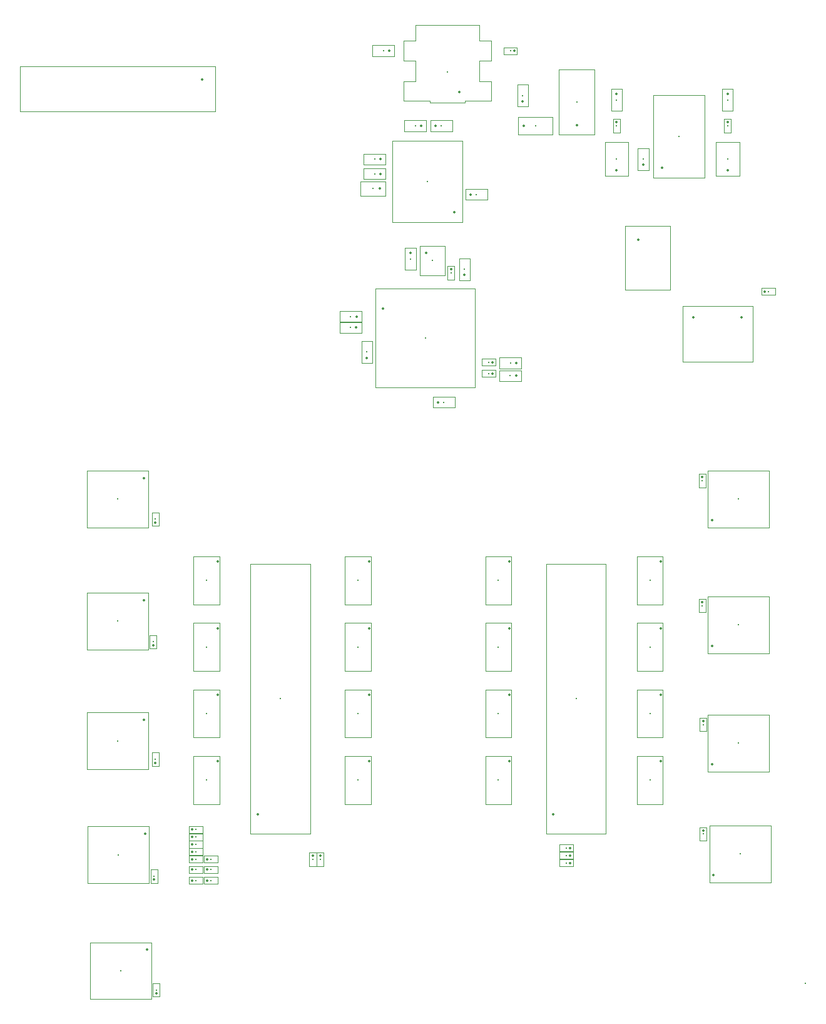
<source format=gbr>
%TF.GenerationSoftware,KiCad,Pcbnew,(6.0.0)*%
%TF.CreationDate,2022-10-06T12:41:53-04:00*%
%TF.ProjectId,ecp5u85-bse-usb_io-tester,65637035-7538-4352-9d62-73652d757362,A*%
%TF.SameCoordinates,Original*%
%TF.FileFunction,Component,L1,Top*%
%TF.FilePolarity,Positive*%
%FSLAX46Y46*%
G04 Gerber Fmt 4.6, Leading zero omitted, Abs format (unit mm)*
G04 Created by KiCad (PCBNEW (6.0.0)) date 2022-10-06 12:41:53*
%MOMM*%
%LPD*%
G01*
G04 APERTURE LIST*
%TA.AperFunction,ComponentMain*%
%ADD10C,0.300000*%
%TD*%
%TA.AperFunction,ComponentOutline,Courtyard*%
%ADD11C,0.100000*%
%TD*%
%TA.AperFunction,ComponentPin*%
%ADD12P,0.360000X4X0.000000*%
%TD*%
%TA.AperFunction,ComponentPin*%
%ADD13C,0.000000*%
%TD*%
G04 APERTURE END LIST*
D10*
%TO.C,"C15"*%
%TO.CFtp,"CP_EIA-7343-20_Kemet-V"*%
%TO.CVal,"T498X107K016ATE075"*%
%TO.CLbN,"Capacitor_Tantalum_SMD"*%
%TO.CMnt,SMD*%
%TO.CRot,90*%
X251100000Y-72300000D03*
D11*
X253499999Y-76699999D02*
X248700001Y-76699999D01*
X248700001Y-67900001D01*
X253499999Y-67900001D01*
X253499999Y-76699999D01*
D12*
%TO.P,"C15","1"*%
X251100000Y-75412500D03*
D13*
%TO.P,"C15","2"*%
X251100000Y-69187500D03*
%TD*%
D10*
%TO.C,"FB2"*%
%TO.CFtp,"L_1206_3216Metric"*%
%TO.CVal,"FBMH3216HM221NTV"*%
%TO.CLbN,"Inductor_SMD"*%
%TO.CMnt,SMD*%
%TO.CRot,0*%
X245500000Y-75500000D03*
D11*
X247849999Y-76699999D02*
X243150001Y-76699999D01*
X243150001Y-74300001D01*
X247849999Y-74300001D01*
X247849999Y-76699999D01*
D12*
%TO.P,"FB2","1"*%
X243925000Y-75500000D03*
D13*
%TO.P,"FB2","2"*%
X247075000Y-75500000D03*
%TD*%
D10*
%TO.C,"U6"*%
%TO.CFtp,"TQFP-44_10x10mm_P0.8mm"*%
%TO.CVal,"ATxmega32A4U-A"*%
%TO.CLbN,"Package_QFP"*%
%TO.CMnt,SMD*%
%TO.CRot,0*%
X230600000Y-104200000D03*
D11*
X237299999Y-110899999D02*
X223900001Y-110899999D01*
X223900001Y-97500001D01*
X237299999Y-97500001D01*
X237299999Y-110899999D01*
D12*
%TO.P,"U6","1","PA5"*%
X224900000Y-100200000D03*
D13*
%TO.P,"U6","2","PA6"*%
X224900000Y-101000000D03*
%TO.P,"U6","3","PA7"*%
X224900000Y-101800000D03*
%TO.P,"U6","4","AREFB/PB0"*%
X224900000Y-102600000D03*
%TO.P,"U6","5","PB1"*%
X224900000Y-103400000D03*
%TO.P,"U6","6","PB2"*%
X224900000Y-104200000D03*
%TO.P,"U6","7","PB3"*%
X224900000Y-105000000D03*
%TO.P,"U6","8","GND"*%
X224900000Y-105800000D03*
%TO.P,"U6","9","VCC"*%
X224900000Y-106600000D03*
%TO.P,"U6","10","PC0"*%
X224900000Y-107400000D03*
%TO.P,"U6","11","PC1"*%
X224900000Y-108200000D03*
%TO.P,"U6","12","PC2"*%
X226600000Y-109900000D03*
%TO.P,"U6","13","PC3"*%
X227400000Y-109900000D03*
%TO.P,"U6","14","PC4"*%
X228200000Y-109900000D03*
%TO.P,"U6","15","PC5"*%
X229000000Y-109900000D03*
%TO.P,"U6","16","PC6"*%
X229800000Y-109900000D03*
%TO.P,"U6","17","PC7"*%
X230600000Y-109900000D03*
%TO.P,"U6","18","GND"*%
X231400000Y-109900000D03*
%TO.P,"U6","19","VCC"*%
X232200000Y-109900000D03*
%TO.P,"U6","20","PD0"*%
X233000000Y-109900000D03*
%TO.P,"U6","21","PD1"*%
X233800000Y-109900000D03*
%TO.P,"U6","22","PD2"*%
X234600000Y-109900000D03*
%TO.P,"U6","23","PD3"*%
X236300000Y-108200000D03*
%TO.P,"U6","24","PD4"*%
X236300000Y-107400000D03*
%TO.P,"U6","25","PD5"*%
X236300000Y-106600000D03*
%TO.P,"U6","26","PD6"*%
X236300000Y-105800000D03*
%TO.P,"U6","27","PD7"*%
X236300000Y-105000000D03*
%TO.P,"U6","28","PE0"*%
X236300000Y-104200000D03*
%TO.P,"U6","29","PE1"*%
X236300000Y-103400000D03*
%TO.P,"U6","30","GND"*%
X236300000Y-102600000D03*
%TO.P,"U6","31","VCC"*%
X236300000Y-101800000D03*
%TO.P,"U6","32","PE2"*%
X236300000Y-101000000D03*
%TO.P,"U6","33","PE3"*%
X236300000Y-100200000D03*
%TO.P,"U6","34","PDI_DATA"*%
X234600000Y-98500000D03*
%TO.P,"U6","35","~{RESET}/PDI_CLK"*%
X233800000Y-98500000D03*
%TO.P,"U6","36","PR0/XTAL2"*%
X233000000Y-98500000D03*
%TO.P,"U6","37","PR1/XTAL1"*%
X232200000Y-98500000D03*
%TO.P,"U6","38","GND"*%
X231400000Y-98500000D03*
%TO.P,"U6","39","AVCC"*%
X230600000Y-98500000D03*
%TO.P,"U6","40","AREFA/PA0"*%
X229800000Y-98500000D03*
%TO.P,"U6","41","PA1"*%
X229000000Y-98500000D03*
%TO.P,"U6","42","PA2"*%
X228200000Y-98500000D03*
%TO.P,"U6","43","PA3"*%
X227400000Y-98500000D03*
%TO.P,"U6","44","PA4"*%
X226600000Y-98500000D03*
%TD*%
D10*
%TO.C,"C6"*%
%TO.CFtp,"C_0402_1005Metric"*%
%TO.CVal,"0.1uF"*%
%TO.CLbN,"Capacitor_SMD"*%
%TO.CMnt,SMD*%
%TO.CRot,90*%
X194100000Y-128700000D03*
D11*
X194559999Y-129609999D02*
X193640001Y-129609999D01*
X193640001Y-127790001D01*
X194559999Y-127790001D01*
X194559999Y-129609999D01*
D12*
%TO.P,"C6","1"*%
X194100000Y-129180000D03*
D13*
%TO.P,"C6","2"*%
X194100000Y-128220000D03*
%TD*%
D10*
%TO.C,"D1"*%
%TO.CFtp,"LED_0603_1608Metric"*%
%TO.CVal,"LTST-C191KGKT"*%
%TO.CLbN,"LED_SMD"*%
%TO.CMnt,SMD*%
%TO.CRot,-90*%
X256500000Y-72000000D03*
D11*
X257229999Y-73479999D02*
X255770001Y-73479999D01*
X255770001Y-70520001D01*
X257229999Y-70520001D01*
X257229999Y-73479999D01*
D12*
%TO.P,"D1","1","K"*%
X256500000Y-71212500D03*
D13*
%TO.P,"D1","2","A"*%
X256500000Y-72787500D03*
%TD*%
D10*
%TO.C,"U5"*%
%TO.CFtp,"TSSOP-24_4.4x7.8mm_P0.65mm"*%
%TO.CVal,"74HCT4067PW\u002C118"*%
%TO.CLbN,"Package_SO"*%
%TO.CMnt,SMD*%
%TO.CRot,-90*%
X189000000Y-142500000D03*
D11*
X193149999Y-146349999D02*
X184850001Y-146349999D01*
X184850001Y-138650001D01*
X193149999Y-138650001D01*
X193149999Y-146349999D01*
D12*
%TO.P,"U5","1","COM"*%
X192575000Y-139637500D03*
D13*
%TO.P,"U5","2","I7"*%
X191925000Y-139637500D03*
%TO.P,"U5","3","I6"*%
X191275000Y-139637500D03*
%TO.P,"U5","4","I5"*%
X190625000Y-139637500D03*
%TO.P,"U5","5","I4"*%
X189975000Y-139637500D03*
%TO.P,"U5","6","I3"*%
X189325000Y-139637500D03*
%TO.P,"U5","7","I2"*%
X188675000Y-139637500D03*
%TO.P,"U5","8","I1"*%
X188025000Y-139637500D03*
%TO.P,"U5","9","I0"*%
X187375000Y-139637500D03*
%TO.P,"U5","10","S0"*%
X186725000Y-139637500D03*
%TO.P,"U5","11","S1"*%
X186075000Y-139637500D03*
%TO.P,"U5","12","GND"*%
X185425000Y-139637500D03*
%TO.P,"U5","13","S3"*%
X185425000Y-145362500D03*
%TO.P,"U5","14","S2"*%
X186075000Y-145362500D03*
%TO.P,"U5","15","~{E}"*%
X186725000Y-145362500D03*
%TO.P,"U5","16","I15"*%
X187375000Y-145362500D03*
%TO.P,"U5","17","I14"*%
X188025000Y-145362500D03*
%TO.P,"U5","18","I13"*%
X188675000Y-145362500D03*
%TO.P,"U5","19","I12"*%
X189325000Y-145362500D03*
%TO.P,"U5","20","I11"*%
X189975000Y-145362500D03*
%TO.P,"U5","21","I10"*%
X190625000Y-145362500D03*
%TO.P,"U5","22","I9"*%
X191275000Y-145362500D03*
%TO.P,"U5","23","I8"*%
X191925000Y-145362500D03*
%TO.P,"U5","24","VCC"*%
X192575000Y-145362500D03*
%TD*%
D10*
%TO.C,"R2"*%
%TO.CFtp,"R_0402_1005Metric"*%
%TO.CVal,"1k"*%
%TO.CLbN,"Resistor_SMD"*%
%TO.CMnt,SMD*%
%TO.CRot,-90*%
X216400000Y-174700000D03*
D11*
X216869999Y-175629999D02*
X215930001Y-175629999D01*
X215930001Y-173770001D01*
X216869999Y-173770001D01*
X216869999Y-175629999D01*
D12*
%TO.P,"R2","1"*%
X216400000Y-174190000D03*
D13*
%TO.P,"R2","2"*%
X216400000Y-175210000D03*
%TD*%
D10*
%TO.C,"RN11"*%
%TO.CFtp,"CTS_745X101"*%
%TO.CVal,"745X101103JP"*%
%TO.CLbN,"jonnew"*%
%TO.CMnt,SMD*%
%TO.CRot,-90*%
X261000000Y-164000000D03*
D11*
X262749999Y-167249999D02*
X259250001Y-167249999D01*
X259250001Y-160750001D01*
X262749999Y-160750001D01*
X262749999Y-167249999D01*
D12*
%TO.P,"RN11","1","common"*%
X262500000Y-161460000D03*
D13*
%TO.P,"RN11","2","R1"*%
X259500000Y-161460000D03*
%TO.P,"RN11","3","R2"*%
X262500000Y-162730000D03*
%TO.P,"RN11","4","R3"*%
X259500000Y-162730000D03*
%TO.P,"RN11","5","R4"*%
X262500000Y-164000000D03*
%TO.P,"RN11","6","R5"*%
X259500000Y-164000000D03*
%TO.P,"RN11","7","R6"*%
X262500000Y-165270000D03*
%TO.P,"RN11","8","R7"*%
X259500000Y-165270000D03*
%TO.P,"RN11","9","R8"*%
X262500000Y-166540000D03*
%TO.P,"RN11","10","common"*%
X259500000Y-166540000D03*
%TD*%
D10*
%TO.C,"SW1"*%
%TO.CFtp,"SW_PUSH_6mm_H8mm"*%
%TO.CVal,"B3F-1002"*%
%TO.CLbN,"Button_Switch_THT"*%
%TO.CMnt,TH*%
%TO.CRot,0*%
X266900000Y-101400000D03*
D11*
X274899999Y-107399999D02*
X265400001Y-107399999D01*
X265400001Y-99900001D01*
X274899999Y-99900001D01*
X274899999Y-107399999D01*
D12*
%TO.P,"SW1","1","1"*%
X273400000Y-101400000D03*
X266900000Y-101400000D03*
D13*
%TO.P,"SW1","2","2"*%
X273400000Y-105900000D03*
X266900000Y-105900000D03*
%TD*%
D10*
%TO.C,"R5"*%
%TO.CFtp,"R_0402_1005Metric"*%
%TO.CVal,"1k"*%
%TO.CLbN,"Resistor_SMD"*%
%TO.CMnt,SMD*%
%TO.CRot,0*%
X199600000Y-171700000D03*
D11*
X200529999Y-172169999D02*
X198670001Y-172169999D01*
X198670001Y-171230001D01*
X200529999Y-171230001D01*
X200529999Y-172169999D01*
D12*
%TO.P,"R5","1"*%
X199090000Y-171700000D03*
D13*
%TO.P,"R5","2"*%
X200110000Y-171700000D03*
%TD*%
D10*
%TO.C,"J5"*%
%TO.CFtp,"PinHeader_2x10_P2.54mm_Vertical"*%
%TO.CVal,"67996-420HLF"*%
%TO.CLbN,"Connector_PinHeader_2.54mm"*%
%TO.CMnt,TH*%
%TO.CRot,-90*%
X200425000Y-69225000D03*
D11*
X202224999Y-73574999D02*
X175775001Y-73574999D01*
X175775001Y-67425001D01*
X202224999Y-67425001D01*
X202224999Y-73574999D01*
D12*
%TO.P,"J5","1","Pin_1"*%
X200425000Y-69225000D03*
D13*
%TO.P,"J5","2","Pin_2"*%
X200425000Y-71765000D03*
%TO.P,"J5","3","Pin_3"*%
X197885000Y-69225000D03*
%TO.P,"J5","4","Pin_4"*%
X197885000Y-71765000D03*
%TO.P,"J5","5","Pin_5"*%
X195345000Y-69225000D03*
%TO.P,"J5","6","Pin_6"*%
X195345000Y-71765000D03*
%TO.P,"J5","7","Pin_7"*%
X192805000Y-69225000D03*
%TO.P,"J5","8","Pin_8"*%
X192805000Y-71765000D03*
%TO.P,"J5","9","Pin_9"*%
X190265000Y-69225000D03*
%TO.P,"J5","10","Pin_10"*%
X190265000Y-71765000D03*
%TO.P,"J5","11","Pin_11"*%
X187725000Y-69225000D03*
%TO.P,"J5","12","Pin_12"*%
X187725000Y-71765000D03*
%TO.P,"J5","13","Pin_13"*%
X185185000Y-69225000D03*
%TO.P,"J5","14","Pin_14"*%
X185185000Y-71765000D03*
%TO.P,"J5","15","Pin_15"*%
X182645000Y-69225000D03*
%TO.P,"J5","16","Pin_16"*%
X182645000Y-71765000D03*
%TO.P,"J5","17","Pin_17"*%
X180105000Y-69225000D03*
%TO.P,"J5","18","Pin_18"*%
X180105000Y-71765000D03*
%TO.P,"J5","19","Pin_19"*%
X177565000Y-69225000D03*
%TO.P,"J5","20","Pin_20"*%
X177565000Y-71765000D03*
%TD*%
D10*
%TO.C,"R17"*%
%TO.CFtp,"R_0402_1005Metric"*%
%TO.CVal,"1k"*%
%TO.CLbN,"Resistor_SMD"*%
%TO.CMnt,SMD*%
%TO.CRot,0*%
X199590000Y-174700000D03*
D11*
X200519999Y-175169999D02*
X198660001Y-175169999D01*
X198660001Y-174230001D01*
X200519999Y-174230001D01*
X200519999Y-175169999D01*
D12*
%TO.P,"R17","1"*%
X199080000Y-174700000D03*
D13*
%TO.P,"R17","2"*%
X200100000Y-174700000D03*
%TD*%
D10*
%TO.C,"R19"*%
%TO.CFtp,"R_0402_1005Metric"*%
%TO.CVal,"100"*%
%TO.CLbN,"Resistor_SMD"*%
%TO.CMnt,SMD*%
%TO.CRot,180*%
X242110000Y-65350000D03*
D11*
X243039999Y-65819999D02*
X241180001Y-65819999D01*
X241180001Y-64880001D01*
X243039999Y-64880001D01*
X243039999Y-65819999D01*
D12*
%TO.P,"R19","1"*%
X242620000Y-65350000D03*
D13*
%TO.P,"R19","2"*%
X241600000Y-65350000D03*
%TD*%
D10*
%TO.C,"R1"*%
%TO.CFtp,"R_0402_1005Metric"*%
%TO.CVal,"1k"*%
%TO.CLbN,"Resistor_SMD"*%
%TO.CMnt,SMD*%
%TO.CRot,-90*%
X215400000Y-174700000D03*
D11*
X215869999Y-175629999D02*
X214930001Y-175629999D01*
X214930001Y-173770001D01*
X215869999Y-173770001D01*
X215869999Y-175629999D01*
D12*
%TO.P,"R1","1"*%
X215400000Y-174190000D03*
D13*
%TO.P,"R1","2"*%
X215400000Y-175210000D03*
%TD*%
D10*
%TO.C,"U7"*%
%TO.CFtp,"TSSOP-24_4.4x7.8mm_P0.65mm"*%
%TO.CVal,"74HCT4067PW\u002C118"*%
%TO.CLbN,"Package_SO"*%
%TO.CMnt,SMD*%
%TO.CRot,90*%
X273000000Y-159000000D03*
D11*
X277149999Y-162849999D02*
X268850001Y-162849999D01*
X268850001Y-155150001D01*
X277149999Y-155150001D01*
X277149999Y-162849999D01*
D12*
%TO.P,"U7","1","COM"*%
X269425000Y-161862500D03*
D13*
%TO.P,"U7","2","I7"*%
X270075000Y-161862500D03*
%TO.P,"U7","3","I6"*%
X270725000Y-161862500D03*
%TO.P,"U7","4","I5"*%
X271375000Y-161862500D03*
%TO.P,"U7","5","I4"*%
X272025000Y-161862500D03*
%TO.P,"U7","6","I3"*%
X272675000Y-161862500D03*
%TO.P,"U7","7","I2"*%
X273325000Y-161862500D03*
%TO.P,"U7","8","I1"*%
X273975000Y-161862500D03*
%TO.P,"U7","9","I0"*%
X274625000Y-161862500D03*
%TO.P,"U7","10","S0"*%
X275275000Y-161862500D03*
%TO.P,"U7","11","S1"*%
X275925000Y-161862500D03*
%TO.P,"U7","12","GND"*%
X276575000Y-161862500D03*
%TO.P,"U7","13","S3"*%
X276575000Y-156137500D03*
%TO.P,"U7","14","S2"*%
X275925000Y-156137500D03*
%TO.P,"U7","15","~{E}"*%
X275275000Y-156137500D03*
%TO.P,"U7","16","I15"*%
X274625000Y-156137500D03*
%TO.P,"U7","17","I14"*%
X273975000Y-156137500D03*
%TO.P,"U7","18","I13"*%
X273325000Y-156137500D03*
%TO.P,"U7","19","I12"*%
X272675000Y-156137500D03*
%TO.P,"U7","20","I11"*%
X272025000Y-156137500D03*
%TO.P,"U7","21","I10"*%
X271375000Y-156137500D03*
%TO.P,"U7","22","I9"*%
X270725000Y-156137500D03*
%TO.P,"U7","23","I8"*%
X270075000Y-156137500D03*
%TO.P,"U7","24","VCC"*%
X269425000Y-156137500D03*
%TD*%
D10*
%TO.C,"RN16"*%
%TO.CFtp,"CTS_745X101"*%
%TO.CVal,"745X101103JP"*%
%TO.CLbN,"jonnew"*%
%TO.CMnt,SMD*%
%TO.CRot,-90*%
X261000000Y-137000000D03*
D11*
X262749999Y-140249999D02*
X259250001Y-140249999D01*
X259250001Y-133750001D01*
X262749999Y-133750001D01*
X262749999Y-140249999D01*
D12*
%TO.P,"RN16","1","common"*%
X262500000Y-134460000D03*
D13*
%TO.P,"RN16","2","R1"*%
X259500000Y-134460000D03*
%TO.P,"RN16","3","R2"*%
X262500000Y-135730000D03*
%TO.P,"RN16","4","R3"*%
X259500000Y-135730000D03*
%TO.P,"RN16","5","R4"*%
X262500000Y-137000000D03*
%TO.P,"RN16","6","R5"*%
X259500000Y-137000000D03*
%TO.P,"RN16","7","R6"*%
X262500000Y-138270000D03*
%TO.P,"RN16","8","R7"*%
X259500000Y-138270000D03*
%TO.P,"RN16","9","R8"*%
X262500000Y-139540000D03*
%TO.P,"RN16","10","common"*%
X259500000Y-139540000D03*
%TD*%
D10*
%TO.C,"J4"*%
%TO.CFtp,"PinHeader_2x03_P2.54mm_Vertical"*%
%TO.CVal,"PR20203VBDN"*%
%TO.CLbN,"Connector_PinHeader_2.54mm"*%
%TO.CMnt,TH*%
%TO.CRot,0*%
X259425000Y-90875000D03*
D11*
X263774999Y-97724999D02*
X257625001Y-97724999D01*
X257625001Y-89075001D01*
X263774999Y-89075001D01*
X263774999Y-97724999D01*
D12*
%TO.P,"J4","1","Pin_1"*%
X259425000Y-90875000D03*
D13*
%TO.P,"J4","2","Pin_2"*%
X261965000Y-90875000D03*
%TO.P,"J4","3","Pin_3"*%
X259425000Y-93415000D03*
%TO.P,"J4","4","Pin_4"*%
X261965000Y-93415000D03*
%TO.P,"J4","5","Pin_5"*%
X259425000Y-95955000D03*
%TO.P,"J4","6","Pin_6"*%
X261965000Y-95955000D03*
%TD*%
D10*
%TO.C,"C10"*%
%TO.CFtp,"C_0402_1005Metric"*%
%TO.CVal,"0.1uF"*%
%TO.CLbN,"Capacitor_SMD"*%
%TO.CMnt,SMD*%
%TO.CRot,-90*%
X268200000Y-171300000D03*
D11*
X268659999Y-172209999D02*
X267740001Y-172209999D01*
X267740001Y-170390001D01*
X268659999Y-170390001D01*
X268659999Y-172209999D01*
D12*
%TO.P,"C10","1"*%
X268200000Y-170820000D03*
D13*
%TO.P,"C10","2"*%
X268200000Y-171780000D03*
%TD*%
D10*
%TO.C,"U4"*%
%TO.CFtp,"TSSOP-24_4.4x7.8mm_P0.65mm"*%
%TO.CVal,"74HCT4067PW\u002C118"*%
%TO.CLbN,"Package_SO"*%
%TO.CMnt,SMD*%
%TO.CRot,-90*%
X189000000Y-126000000D03*
D11*
X193149999Y-129849999D02*
X184850001Y-129849999D01*
X184850001Y-122150001D01*
X193149999Y-122150001D01*
X193149999Y-129849999D01*
D12*
%TO.P,"U4","1","COM"*%
X192575000Y-123137500D03*
D13*
%TO.P,"U4","2","I7"*%
X191925000Y-123137500D03*
%TO.P,"U4","3","I6"*%
X191275000Y-123137500D03*
%TO.P,"U4","4","I5"*%
X190625000Y-123137500D03*
%TO.P,"U4","5","I4"*%
X189975000Y-123137500D03*
%TO.P,"U4","6","I3"*%
X189325000Y-123137500D03*
%TO.P,"U4","7","I2"*%
X188675000Y-123137500D03*
%TO.P,"U4","8","I1"*%
X188025000Y-123137500D03*
%TO.P,"U4","9","I0"*%
X187375000Y-123137500D03*
%TO.P,"U4","10","S0"*%
X186725000Y-123137500D03*
%TO.P,"U4","11","S1"*%
X186075000Y-123137500D03*
%TO.P,"U4","12","GND"*%
X185425000Y-123137500D03*
%TO.P,"U4","13","S3"*%
X185425000Y-128862500D03*
%TO.P,"U4","14","S2"*%
X186075000Y-128862500D03*
%TO.P,"U4","15","~{E}"*%
X186725000Y-128862500D03*
%TO.P,"U4","16","I15"*%
X187375000Y-128862500D03*
%TO.P,"U4","17","I14"*%
X188025000Y-128862500D03*
%TO.P,"U4","18","I13"*%
X188675000Y-128862500D03*
%TO.P,"U4","19","I12"*%
X189325000Y-128862500D03*
%TO.P,"U4","20","I11"*%
X189975000Y-128862500D03*
%TO.P,"U4","21","I10"*%
X190625000Y-128862500D03*
%TO.P,"U4","22","I9"*%
X191275000Y-128862500D03*
%TO.P,"U4","23","I8"*%
X191925000Y-128862500D03*
%TO.P,"U4","24","VCC"*%
X192575000Y-128862500D03*
%TD*%
D10*
%TO.C,"C4"*%
%TO.CFtp,"C_0603_1608Metric"*%
%TO.CVal,"0.1uF"*%
%TO.CLbN,"Capacitor_SMD"*%
%TO.CMnt,SMD*%
%TO.CRot,90*%
X260100000Y-80000000D03*
D11*
X260829999Y-81479999D02*
X259370001Y-81479999D01*
X259370001Y-78520001D01*
X260829999Y-78520001D01*
X260829999Y-81479999D01*
D12*
%TO.P,"C4","1"*%
X260100000Y-80775000D03*
D13*
%TO.P,"C4","2"*%
X260100000Y-79225000D03*
%TD*%
D10*
%TO.C,"J3"*%
%TO.CFtp,"SAMTEC_BTE-040-01-L-D-A-K-TR"*%
%TO.CVal,"BTE-040-02-L-D-A"*%
%TO.CLbN,"jonnew"*%
%TO.CMnt,TH*%
%TO.CRot,90*%
X251000000Y-153000000D03*
D11*
X255060999Y-171249999D02*
X246939001Y-171249999D01*
X246939001Y-134750001D01*
X255060999Y-134750001D01*
X255060999Y-171249999D01*
D12*
%TO.P,"J3","1","Pin_1"*%
X247914000Y-168600000D03*
D13*
%TO.P,"J3",*%
X248968000Y-135762000D03*
X248968000Y-170238000D03*
%TO.P,"J3","2","Pin_2"*%
X254086000Y-168600000D03*
%TO.P,"J3","3","Pin_3"*%
X247914000Y-167800000D03*
%TO.P,"J3","4","Pin_4"*%
X254086000Y-167800000D03*
%TO.P,"J3","5","Pin_5"*%
X247914000Y-167000000D03*
%TO.P,"J3","6","Pin_6"*%
X254086000Y-167000000D03*
%TO.P,"J3","7","Pin_7"*%
X247914000Y-166200000D03*
%TO.P,"J3","8","Pin_8"*%
X254086000Y-166200000D03*
%TO.P,"J3","9","Pin_9"*%
X247914000Y-165400000D03*
%TO.P,"J3","10","Pin_10"*%
X254086000Y-165400000D03*
%TO.P,"J3","11","Pin_11"*%
X247914000Y-164600000D03*
%TO.P,"J3","12","Pin_12"*%
X254086000Y-164600000D03*
%TO.P,"J3","13","Pin_13"*%
X247914000Y-163800000D03*
%TO.P,"J3","14","Pin_14"*%
X254086000Y-163800000D03*
%TO.P,"J3","15","Pin_15"*%
X247914000Y-163000000D03*
%TO.P,"J3","16","Pin_16"*%
X254086000Y-163000000D03*
%TO.P,"J3","17","Pin_17"*%
X247914000Y-162200000D03*
%TO.P,"J3","18","Pin_18"*%
X254086000Y-162200000D03*
%TO.P,"J3","19","Pin_19"*%
X247914000Y-161400000D03*
%TO.P,"J3","20","Pin_20"*%
X254086000Y-161400000D03*
%TO.P,"J3","21","Pin_21"*%
X247914000Y-160600000D03*
%TO.P,"J3","22","Pin_22"*%
X254086000Y-160600000D03*
%TO.P,"J3","23","Pin_23"*%
X247914000Y-159800000D03*
%TO.P,"J3","24","Pin_24"*%
X254086000Y-159800000D03*
%TO.P,"J3","25","Pin_25"*%
X247914000Y-159000000D03*
%TO.P,"J3","26","Pin_26"*%
X254086000Y-159000000D03*
%TO.P,"J3","27","Pin_27"*%
X247914000Y-158200000D03*
%TO.P,"J3","28","Pin_28"*%
X254086000Y-158200000D03*
%TO.P,"J3","29","Pin_29"*%
X247914000Y-157400000D03*
%TO.P,"J3","30","Pin_30"*%
X254086000Y-157400000D03*
%TO.P,"J3","31","Pin_31"*%
X247914000Y-156600000D03*
%TO.P,"J3","32","Pin_32"*%
X254086000Y-156600000D03*
%TO.P,"J3","33","Pin_33"*%
X247914000Y-155800000D03*
%TO.P,"J3","34","Pin_34"*%
X254086000Y-155800000D03*
%TO.P,"J3","35","Pin_35"*%
X247914000Y-155000000D03*
%TO.P,"J3","36","Pin_36"*%
X254086000Y-155000000D03*
%TO.P,"J3","37","Pin_37"*%
X247914000Y-154200000D03*
%TO.P,"J3","38","Pin_38"*%
X254086000Y-154200000D03*
%TO.P,"J3","39","Pin_39"*%
X247914000Y-153400000D03*
%TO.P,"J3","40","Pin_40"*%
X254086000Y-153400000D03*
%TO.P,"J3","41","Pin_41"*%
X247914000Y-152600000D03*
%TO.P,"J3","42","Pin_42"*%
X254086000Y-152600000D03*
%TO.P,"J3","43","Pin_43"*%
X247914000Y-151800000D03*
%TO.P,"J3","44","Pin_44"*%
X254086000Y-151800000D03*
%TO.P,"J3","45","Pin_45"*%
X247914000Y-151000000D03*
%TO.P,"J3","46","Pin_46"*%
X254086000Y-151000000D03*
%TO.P,"J3","47","Pin_47"*%
X247914000Y-150200000D03*
%TO.P,"J3","48","Pin_48"*%
X254086000Y-150200000D03*
%TO.P,"J3","49","Pin_49"*%
X247914000Y-149400000D03*
%TO.P,"J3","50","Pin_50"*%
X254086000Y-149400000D03*
%TO.P,"J3","51","Pin_51"*%
X247914000Y-148600000D03*
%TO.P,"J3","52","Pin_52"*%
X254086000Y-148600000D03*
%TO.P,"J3","53","Pin_53"*%
X247914000Y-147800000D03*
%TO.P,"J3","54","Pin_54"*%
X254086000Y-147800000D03*
%TO.P,"J3","55","Pin_55"*%
X247914000Y-147000000D03*
%TO.P,"J3","56","Pin_56"*%
X254086000Y-147000000D03*
%TO.P,"J3","57","Pin_57"*%
X247914000Y-146200000D03*
%TO.P,"J3","58","Pin_58"*%
X254086000Y-146200000D03*
%TO.P,"J3","59","Pin_59"*%
X247914000Y-145400000D03*
%TO.P,"J3","60","Pin_60"*%
X254086000Y-145400000D03*
%TO.P,"J3","61","Pin_61"*%
X247914000Y-144600000D03*
%TO.P,"J3","62","Pin_62"*%
X254086000Y-144600000D03*
%TO.P,"J3","63","Pin_63"*%
X247914000Y-143800000D03*
%TO.P,"J3","64","Pin_64"*%
X254086000Y-143800000D03*
%TO.P,"J3","65","Pin_65"*%
X247914000Y-143000000D03*
%TO.P,"J3","66","Pin_66"*%
X254086000Y-143000000D03*
%TO.P,"J3","67","Pin_67"*%
X247914000Y-142200000D03*
%TO.P,"J3","68","Pin_68"*%
X254086000Y-142200000D03*
%TO.P,"J3","69","Pin_69"*%
X247914000Y-141400000D03*
%TO.P,"J3","70","Pin_70"*%
X254086000Y-141400000D03*
%TO.P,"J3","71","Pin_71"*%
X247914000Y-140600000D03*
%TO.P,"J3","72","Pin_72"*%
X254086000Y-140600000D03*
%TO.P,"J3","73","Pin_73"*%
X247914000Y-139800000D03*
%TO.P,"J3","74","Pin_74"*%
X254086000Y-139800000D03*
%TO.P,"J3","75","Pin_75"*%
X247914000Y-139000000D03*
%TO.P,"J3","76","Pin_76"*%
X254086000Y-139000000D03*
%TO.P,"J3","77","Pin_77"*%
X247914000Y-138200000D03*
%TO.P,"J3","78","Pin_78"*%
X254086000Y-138200000D03*
%TO.P,"J3","79","Pin_79"*%
X247914000Y-137400000D03*
%TO.P,"J3","80","Pin_80"*%
X254086000Y-137400000D03*
%TD*%
D10*
%TO.C,"RN3"*%
%TO.CFtp,"CTS_745X101"*%
%TO.CVal,"745X101103JP"*%
%TO.CLbN,"jonnew"*%
%TO.CMnt,SMD*%
%TO.CRot,-90*%
X221500000Y-164000000D03*
D11*
X223249999Y-167249999D02*
X219750001Y-167249999D01*
X219750001Y-160750001D01*
X223249999Y-160750001D01*
X223249999Y-167249999D01*
D12*
%TO.P,"RN3","1","common"*%
X223000000Y-161460000D03*
D13*
%TO.P,"RN3","2","R1"*%
X220000000Y-161460000D03*
%TO.P,"RN3","3","R2"*%
X223000000Y-162730000D03*
%TO.P,"RN3","4","R3"*%
X220000000Y-162730000D03*
%TO.P,"RN3","5","R4"*%
X223000000Y-164000000D03*
%TO.P,"RN3","6","R5"*%
X220000000Y-164000000D03*
%TO.P,"RN3","7","R6"*%
X223000000Y-165270000D03*
%TO.P,"RN3","8","R7"*%
X220000000Y-165270000D03*
%TO.P,"RN3","9","R8"*%
X223000000Y-166540000D03*
%TO.P,"RN3","10","common"*%
X220000000Y-166540000D03*
%TD*%
D10*
%TO.C,"U1"*%
%TO.CFtp,"TSSOP-24_4.4x7.8mm_P0.65mm"*%
%TO.CVal,"74HCT4067PW\u002C118"*%
%TO.CLbN,"Package_SO"*%
%TO.CMnt,SMD*%
%TO.CRot,-90*%
X189400000Y-189800000D03*
D11*
X193549999Y-193649999D02*
X185250001Y-193649999D01*
X185250001Y-185950001D01*
X193549999Y-185950001D01*
X193549999Y-193649999D01*
D12*
%TO.P,"U1","1","COM"*%
X192975000Y-186937500D03*
D13*
%TO.P,"U1","2","I7"*%
X192325000Y-186937500D03*
%TO.P,"U1","3","I6"*%
X191675000Y-186937500D03*
%TO.P,"U1","4","I5"*%
X191025000Y-186937500D03*
%TO.P,"U1","5","I4"*%
X190375000Y-186937500D03*
%TO.P,"U1","6","I3"*%
X189725000Y-186937500D03*
%TO.P,"U1","7","I2"*%
X189075000Y-186937500D03*
%TO.P,"U1","8","I1"*%
X188425000Y-186937500D03*
%TO.P,"U1","9","I0"*%
X187775000Y-186937500D03*
%TO.P,"U1","10","S0"*%
X187125000Y-186937500D03*
%TO.P,"U1","11","S1"*%
X186475000Y-186937500D03*
%TO.P,"U1","12","GND"*%
X185825000Y-186937500D03*
%TO.P,"U1","13","S3"*%
X185825000Y-192662500D03*
%TO.P,"U1","14","S2"*%
X186475000Y-192662500D03*
%TO.P,"U1","15","~{E}"*%
X187125000Y-192662500D03*
%TO.P,"U1","16","I15"*%
X187775000Y-192662500D03*
%TO.P,"U1","17","I14"*%
X188425000Y-192662500D03*
%TO.P,"U1","18","I13"*%
X189075000Y-192662500D03*
%TO.P,"U1","19","I12"*%
X189725000Y-192662500D03*
%TO.P,"U1","20","I11"*%
X190375000Y-192662500D03*
%TO.P,"U1","21","I10"*%
X191025000Y-192662500D03*
%TO.P,"U1","22","I9"*%
X191675000Y-192662500D03*
%TO.P,"U1","23","I8"*%
X192325000Y-192662500D03*
%TO.P,"U1","24","VCC"*%
X192975000Y-192662500D03*
%TD*%
D10*
%TO.C,"C25"*%
%TO.CFtp,"C_0603_1608Metric"*%
%TO.CVal,"0.1uF"*%
%TO.CLbN,"Capacitor_SMD"*%
%TO.CMnt,SMD*%
%TO.CRot,0*%
X233100000Y-112900000D03*
D11*
X234579999Y-113629999D02*
X231620001Y-113629999D01*
X231620001Y-112170001D01*
X234579999Y-112170001D01*
X234579999Y-113629999D01*
D12*
%TO.P,"C25","1"*%
X232325000Y-112900000D03*
D13*
%TO.P,"C25","2"*%
X233875000Y-112900000D03*
%TD*%
D10*
%TO.C,"R15"*%
%TO.CFtp,"R_0402_1005Metric"*%
%TO.CVal,"1k"*%
%TO.CLbN,"Resistor_SMD"*%
%TO.CMnt,SMD*%
%TO.CRot,-90*%
X271500000Y-75500000D03*
D11*
X271969999Y-76429999D02*
X271030001Y-76429999D01*
X271030001Y-74570001D01*
X271969999Y-74570001D01*
X271969999Y-76429999D01*
D12*
%TO.P,"R15","1"*%
X271500000Y-74990000D03*
D13*
%TO.P,"R15","2"*%
X271500000Y-76010000D03*
%TD*%
D10*
%TO.C,"FB1"*%
%TO.CFtp,"L_0603_1608Metric"*%
%TO.CVal,"MH1608-601Y"*%
%TO.CLbN,"Inductor_SMD"*%
%TO.CMnt,SMD*%
%TO.CRot,180*%
X220500000Y-101300000D03*
D11*
X221979999Y-102029999D02*
X219020001Y-102029999D01*
X219020001Y-100570001D01*
X221979999Y-100570001D01*
X221979999Y-102029999D01*
D12*
%TO.P,"FB1","1"*%
X221287500Y-101300000D03*
D13*
%TO.P,"FB1","2"*%
X219712500Y-101300000D03*
%TD*%
D10*
%TO.C,"C17"*%
%TO.CFtp,"C_0603_1608Metric"*%
%TO.CVal,"0.1uF"*%
%TO.CLbN,"Capacitor_SMD"*%
%TO.CMnt,SMD*%
%TO.CRot,180*%
X223775000Y-82000000D03*
D11*
X225254999Y-82729999D02*
X222295001Y-82729999D01*
X222295001Y-81270001D01*
X225254999Y-81270001D01*
X225254999Y-82729999D01*
D12*
%TO.P,"C17","1"*%
X224550000Y-82000000D03*
D13*
%TO.P,"C17","2"*%
X223000000Y-82000000D03*
%TD*%
D10*
%TO.C,"RN15"*%
%TO.CFtp,"CTS_745X101"*%
%TO.CVal,"745X101103JP"*%
%TO.CLbN,"jonnew"*%
%TO.CMnt,SMD*%
%TO.CRot,-90*%
X261000000Y-155000000D03*
D11*
X262749999Y-158249999D02*
X259250001Y-158249999D01*
X259250001Y-151750001D01*
X262749999Y-151750001D01*
X262749999Y-158249999D01*
D12*
%TO.P,"RN15","1","common"*%
X262500000Y-152460000D03*
D13*
%TO.P,"RN15","2","R1"*%
X259500000Y-152460000D03*
%TO.P,"RN15","3","R2"*%
X262500000Y-153730000D03*
%TO.P,"RN15","4","R3"*%
X259500000Y-153730000D03*
%TO.P,"RN15","5","R4"*%
X262500000Y-155000000D03*
%TO.P,"RN15","6","R5"*%
X259500000Y-155000000D03*
%TO.P,"RN15","7","R6"*%
X262500000Y-156270000D03*
%TO.P,"RN15","8","R7"*%
X259500000Y-156270000D03*
%TO.P,"RN15","9","R8"*%
X262500000Y-157540000D03*
%TO.P,"RN15","10","common"*%
X259500000Y-157540000D03*
%TD*%
D10*
%TO.C,"RN7"*%
%TO.CFtp,"CTS_745X101"*%
%TO.CVal,"745X101103JP"*%
%TO.CLbN,"jonnew"*%
%TO.CMnt,SMD*%
%TO.CRot,-90*%
X221500000Y-155000000D03*
D11*
X223249999Y-158249999D02*
X219750001Y-158249999D01*
X219750001Y-151750001D01*
X223249999Y-151750001D01*
X223249999Y-158249999D01*
D12*
%TO.P,"RN7","1","common"*%
X223000000Y-152460000D03*
D13*
%TO.P,"RN7","2","R1"*%
X220000000Y-152460000D03*
%TO.P,"RN7","3","R2"*%
X223000000Y-153730000D03*
%TO.P,"RN7","4","R3"*%
X220000000Y-153730000D03*
%TO.P,"RN7","5","R4"*%
X223000000Y-155000000D03*
%TO.P,"RN7","6","R5"*%
X220000000Y-155000000D03*
%TO.P,"RN7","7","R6"*%
X223000000Y-156270000D03*
%TO.P,"RN7","8","R7"*%
X220000000Y-156270000D03*
%TO.P,"RN7","9","R8"*%
X223000000Y-157540000D03*
%TO.P,"RN7","10","common"*%
X220000000Y-157540000D03*
%TD*%
D10*
%TO.C,""*%
%TO.CFtp,"OE-LOGO-14X10"*%
%TO.CVal,""*%
%TO.CLbN,"jonnew-eagle"*%
%TO.CMnt,Other*%
%TO.CRot,0*%
X282000000Y-191500000D03*
%TD*%
%TO.C,"U13"*%
%TO.CFtp,"Oscillator_SMD_Abracon_ASE-4Pin_3.2x2.5mm"*%
%TO.CVal,"O 32\u002C0-JT32C-A-K-3\u002C3-LF"*%
%TO.CLbN,"Oscillator"*%
%TO.CMnt,SMD*%
%TO.CRot,-90*%
X231585000Y-93720000D03*
D11*
X233284999Y-95719999D02*
X229885001Y-95719999D01*
X229885001Y-91720001D01*
X233284999Y-91720001D01*
X233284999Y-95719999D01*
D12*
%TO.P,"U13","1","EN"*%
X230760000Y-92670000D03*
D13*
%TO.P,"U13","4","VCC"*%
X232410000Y-92670000D03*
%TO.P,"U13","3","OUT"*%
X232410000Y-94770000D03*
%TO.P,"U13","2","GND"*%
X230760000Y-94770000D03*
%TD*%
D10*
%TO.C,"R8"*%
%TO.CFtp,"R_0402_1005Metric"*%
%TO.CVal,"1k"*%
%TO.CLbN,"Resistor_SMD"*%
%TO.CMnt,SMD*%
%TO.CRot,0*%
X199600000Y-177600000D03*
D11*
X200529999Y-178069999D02*
X198670001Y-178069999D01*
X198670001Y-177130001D01*
X200529999Y-177130001D01*
X200529999Y-178069999D01*
D12*
%TO.P,"R8","1"*%
X199090000Y-177600000D03*
D13*
%TO.P,"R8","2"*%
X200110000Y-177600000D03*
%TD*%
D10*
%TO.C,"U8"*%
%TO.CFtp,"TSSOP-24_4.4x7.8mm_P0.65mm"*%
%TO.CVal,"74HCT4067PW\u002C118"*%
%TO.CLbN,"Package_SO"*%
%TO.CMnt,SMD*%
%TO.CRot,90*%
X273200000Y-174000000D03*
D11*
X277349999Y-177849999D02*
X269050001Y-177849999D01*
X269050001Y-170150001D01*
X277349999Y-170150001D01*
X277349999Y-177849999D01*
D12*
%TO.P,"U8","1","COM"*%
X269625000Y-176862500D03*
D13*
%TO.P,"U8","2","I7"*%
X270275000Y-176862500D03*
%TO.P,"U8","3","I6"*%
X270925000Y-176862500D03*
%TO.P,"U8","4","I5"*%
X271575000Y-176862500D03*
%TO.P,"U8","5","I4"*%
X272225000Y-176862500D03*
%TO.P,"U8","6","I3"*%
X272875000Y-176862500D03*
%TO.P,"U8","7","I2"*%
X273525000Y-176862500D03*
%TO.P,"U8","8","I1"*%
X274175000Y-176862500D03*
%TO.P,"U8","9","I0"*%
X274825000Y-176862500D03*
%TO.P,"U8","10","S0"*%
X275475000Y-176862500D03*
%TO.P,"U8","11","S1"*%
X276125000Y-176862500D03*
%TO.P,"U8","12","GND"*%
X276775000Y-176862500D03*
%TO.P,"U8","13","S3"*%
X276775000Y-171137500D03*
%TO.P,"U8","14","S2"*%
X276125000Y-171137500D03*
%TO.P,"U8","15","~{E}"*%
X275475000Y-171137500D03*
%TO.P,"U8","16","I15"*%
X274825000Y-171137500D03*
%TO.P,"U8","17","I14"*%
X274175000Y-171137500D03*
%TO.P,"U8","18","I13"*%
X273525000Y-171137500D03*
%TO.P,"U8","19","I12"*%
X272875000Y-171137500D03*
%TO.P,"U8","20","I11"*%
X272225000Y-171137500D03*
%TO.P,"U8","21","I10"*%
X271575000Y-171137500D03*
%TO.P,"U8","22","I9"*%
X270925000Y-171137500D03*
%TO.P,"U8","23","I8"*%
X270275000Y-171137500D03*
%TO.P,"U8","24","VCC"*%
X269625000Y-171137500D03*
%TD*%
D10*
%TO.C,"D2"*%
%TO.CFtp,"LED_0603_1608Metric"*%
%TO.CVal,"LTST-C191KGKT"*%
%TO.CLbN,"LED_SMD"*%
%TO.CMnt,SMD*%
%TO.CRot,180*%
X242100000Y-109300000D03*
D11*
X243579999Y-110029999D02*
X240620001Y-110029999D01*
X240620001Y-108570001D01*
X243579999Y-108570001D01*
X243579999Y-110029999D01*
D12*
%TO.P,"D2","1","K"*%
X242887500Y-109300000D03*
D13*
%TO.P,"D2","2","A"*%
X241312500Y-109300000D03*
%TD*%
D10*
%TO.C,"R12"*%
%TO.CFtp,"R_0402_1005Metric"*%
%TO.CVal,"1k"*%
%TO.CLbN,"Resistor_SMD"*%
%TO.CMnt,SMD*%
%TO.CRot,-90*%
X234100000Y-95400000D03*
D11*
X234569999Y-96329999D02*
X233630001Y-96329999D01*
X233630001Y-94470001D01*
X234569999Y-94470001D01*
X234569999Y-96329999D01*
D12*
%TO.P,"R12","1"*%
X234100000Y-94890000D03*
D13*
%TO.P,"R12","2"*%
X234100000Y-95910000D03*
%TD*%
D10*
%TO.C,"RN2"*%
%TO.CFtp,"CTS_745X101"*%
%TO.CVal,"745X101103JP"*%
%TO.CLbN,"jonnew"*%
%TO.CMnt,SMD*%
%TO.CRot,-90*%
X201000000Y-146000000D03*
D11*
X202749999Y-149249999D02*
X199250001Y-149249999D01*
X199250001Y-142750001D01*
X202749999Y-142750001D01*
X202749999Y-149249999D01*
D12*
%TO.P,"RN2","1","common"*%
X202500000Y-143460000D03*
D13*
%TO.P,"RN2","2","R1"*%
X199500000Y-143460000D03*
%TO.P,"RN2","3","R2"*%
X202500000Y-144730000D03*
%TO.P,"RN2","4","R3"*%
X199500000Y-144730000D03*
%TO.P,"RN2","5","R4"*%
X202500000Y-146000000D03*
%TO.P,"RN2","6","R5"*%
X199500000Y-146000000D03*
%TO.P,"RN2","7","R6"*%
X202500000Y-147270000D03*
%TO.P,"RN2","8","R7"*%
X199500000Y-147270000D03*
%TO.P,"RN2","9","R8"*%
X202500000Y-148540000D03*
%TO.P,"RN2","10","common"*%
X199500000Y-148540000D03*
%TD*%
D10*
%TO.C,"R20"*%
%TO.CFtp,"R_0402_1005Metric"*%
%TO.CVal,"1k"*%
%TO.CLbN,"Resistor_SMD"*%
%TO.CMnt,SMD*%
%TO.CRot,0*%
X277000000Y-97900000D03*
D11*
X277929999Y-98369999D02*
X276070001Y-98369999D01*
X276070001Y-97430001D01*
X277929999Y-97430001D01*
X277929999Y-98369999D01*
D12*
%TO.P,"R20","1"*%
X276490000Y-97900000D03*
D13*
%TO.P,"R20","2"*%
X277510000Y-97900000D03*
%TD*%
D10*
%TO.C,"RN1"*%
%TO.CFtp,"CTS_745X101"*%
%TO.CVal,"745X101103JP"*%
%TO.CLbN,"jonnew"*%
%TO.CMnt,SMD*%
%TO.CRot,-90*%
X201000000Y-164000000D03*
D11*
X202749999Y-167249999D02*
X199250001Y-167249999D01*
X199250001Y-160750001D01*
X202749999Y-160750001D01*
X202749999Y-167249999D01*
D12*
%TO.P,"RN1","1","common"*%
X202500000Y-161460000D03*
D13*
%TO.P,"RN1","2","R1"*%
X199500000Y-161460000D03*
%TO.P,"RN1","3","R2"*%
X202500000Y-162730000D03*
%TO.P,"RN1","4","R3"*%
X199500000Y-162730000D03*
%TO.P,"RN1","5","R4"*%
X202500000Y-164000000D03*
%TO.P,"RN1","6","R5"*%
X199500000Y-164000000D03*
%TO.P,"RN1","7","R6"*%
X202500000Y-165270000D03*
%TO.P,"RN1","8","R7"*%
X199500000Y-165270000D03*
%TO.P,"RN1","9","R8"*%
X202500000Y-166540000D03*
%TO.P,"RN1","10","common"*%
X199500000Y-166540000D03*
%TD*%
D10*
%TO.C,"RN12"*%
%TO.CFtp,"CTS_745X101"*%
%TO.CVal,"745X101103JP"*%
%TO.CLbN,"jonnew"*%
%TO.CMnt,SMD*%
%TO.CRot,-90*%
X261000000Y-146000000D03*
D11*
X262749999Y-149249999D02*
X259250001Y-149249999D01*
X259250001Y-142750001D01*
X262749999Y-142750001D01*
X262749999Y-149249999D01*
D12*
%TO.P,"RN12","1","common"*%
X262500000Y-143460000D03*
D13*
%TO.P,"RN12","2","R1"*%
X259500000Y-143460000D03*
%TO.P,"RN12","3","R2"*%
X262500000Y-144730000D03*
%TO.P,"RN12","4","R3"*%
X259500000Y-144730000D03*
%TO.P,"RN12","5","R4"*%
X262500000Y-146000000D03*
%TO.P,"RN12","6","R5"*%
X259500000Y-146000000D03*
%TO.P,"RN12","7","R6"*%
X262500000Y-147270000D03*
%TO.P,"RN12","8","R7"*%
X259500000Y-147270000D03*
%TO.P,"RN12","9","R8"*%
X262500000Y-148540000D03*
%TO.P,"RN12","10","common"*%
X259500000Y-148540000D03*
%TD*%
D10*
%TO.C,"C13"*%
%TO.CFtp,"C_0402_1005Metric"*%
%TO.CVal,"0.1uF"*%
%TO.CLbN,"Capacitor_SMD"*%
%TO.CMnt,SMD*%
%TO.CRot,90*%
X193900000Y-177000000D03*
D11*
X194359999Y-177909999D02*
X193440001Y-177909999D01*
X193440001Y-176090001D01*
X194359999Y-176090001D01*
X194359999Y-177909999D01*
D12*
%TO.P,"C13","1"*%
X193900000Y-177480000D03*
D13*
%TO.P,"C13","2"*%
X193900000Y-176520000D03*
%TD*%
D10*
%TO.C,"R16"*%
%TO.CFtp,"R_0402_1005Metric"*%
%TO.CVal,"1k"*%
%TO.CLbN,"Resistor_SMD"*%
%TO.CMnt,SMD*%
%TO.CRot,0*%
X201600000Y-176100000D03*
D11*
X202529999Y-176569999D02*
X200670001Y-176569999D01*
X200670001Y-175630001D01*
X202529999Y-175630001D01*
X202529999Y-176569999D01*
D12*
%TO.P,"R16","1"*%
X201090000Y-176100000D03*
D13*
%TO.P,"R16","2"*%
X202110000Y-176100000D03*
%TD*%
D10*
%TO.C,"R18"*%
%TO.CFtp,"R_0402_1005Metric"*%
%TO.CVal,"1k"*%
%TO.CLbN,"Resistor_SMD"*%
%TO.CMnt,SMD*%
%TO.CRot,0*%
X201600000Y-174700000D03*
D11*
X202529999Y-175169999D02*
X200670001Y-175169999D01*
X200670001Y-174230001D01*
X202529999Y-174230001D01*
X202529999Y-175169999D01*
D12*
%TO.P,"R18","1"*%
X201090000Y-174700000D03*
D13*
%TO.P,"R18","2"*%
X202110000Y-174700000D03*
%TD*%
D10*
%TO.C,"RN5"*%
%TO.CFtp,"CTS_745X101"*%
%TO.CVal,"745X101103JP"*%
%TO.CLbN,"jonnew"*%
%TO.CMnt,SMD*%
%TO.CRot,-90*%
X201000000Y-155000000D03*
D11*
X202749999Y-158249999D02*
X199250001Y-158249999D01*
X199250001Y-151750001D01*
X202749999Y-151750001D01*
X202749999Y-158249999D01*
D12*
%TO.P,"RN5","1","common"*%
X202500000Y-152460000D03*
D13*
%TO.P,"RN5","2","R1"*%
X199500000Y-152460000D03*
%TO.P,"RN5","3","R2"*%
X202500000Y-153730000D03*
%TO.P,"RN5","4","R3"*%
X199500000Y-153730000D03*
%TO.P,"RN5","5","R4"*%
X202500000Y-155000000D03*
%TO.P,"RN5","6","R5"*%
X199500000Y-155000000D03*
%TO.P,"RN5","7","R6"*%
X202500000Y-156270000D03*
%TO.P,"RN5","8","R7"*%
X199500000Y-156270000D03*
%TO.P,"RN5","9","R8"*%
X202500000Y-157540000D03*
%TO.P,"RN5","10","common"*%
X199500000Y-157540000D03*
%TD*%
D10*
%TO.C,"R4"*%
%TO.CFtp,"R_0402_1005Metric"*%
%TO.CVal,"1k"*%
%TO.CLbN,"Resistor_SMD"*%
%TO.CMnt,SMD*%
%TO.CRot,0*%
X199600000Y-172700000D03*
D11*
X200529999Y-173169999D02*
X198670001Y-173169999D01*
X198670001Y-172230001D01*
X200529999Y-172230001D01*
X200529999Y-173169999D01*
D12*
%TO.P,"R4","1"*%
X199090000Y-172700000D03*
D13*
%TO.P,"R4","2"*%
X200110000Y-172700000D03*
%TD*%
D10*
%TO.C,"C14"*%
%TO.CFtp,"C_0603_1608Metric"*%
%TO.CVal,"0.1uF"*%
%TO.CLbN,"Capacitor_SMD"*%
%TO.CMnt,SMD*%
%TO.CRot,90*%
X243800000Y-71400000D03*
D11*
X244529999Y-72879999D02*
X243070001Y-72879999D01*
X243070001Y-69920001D01*
X244529999Y-69920001D01*
X244529999Y-72879999D01*
D12*
%TO.P,"C14","1"*%
X243800000Y-72175000D03*
D13*
%TO.P,"C14","2"*%
X243800000Y-70625000D03*
%TD*%
D10*
%TO.C,"C18"*%
%TO.CFtp,"C_0603_1608Metric"*%
%TO.CVal,"0.1uF"*%
%TO.CLbN,"Capacitor_SMD"*%
%TO.CMnt,SMD*%
%TO.CRot,0*%
X237500000Y-84800000D03*
D11*
X238979999Y-85529999D02*
X236020001Y-85529999D01*
X236020001Y-84070001D01*
X238979999Y-84070001D01*
X238979999Y-85529999D01*
D12*
%TO.P,"C18","1"*%
X236725000Y-84800000D03*
D13*
%TO.P,"C18","2"*%
X238275000Y-84800000D03*
%TD*%
D10*
%TO.C,"U11"*%
%TO.CFtp,"TSSOP-24_4.4x7.8mm_P0.65mm"*%
%TO.CVal,"74HCT4067PW\u002C118"*%
%TO.CLbN,"Package_SO"*%
%TO.CMnt,SMD*%
%TO.CRot,-90*%
X189100000Y-174100000D03*
D11*
X193249999Y-177949999D02*
X184950001Y-177949999D01*
X184950001Y-170250001D01*
X193249999Y-170250001D01*
X193249999Y-177949999D01*
D12*
%TO.P,"U11","1","COM"*%
X192675000Y-171237500D03*
D13*
%TO.P,"U11","2","I7"*%
X192025000Y-171237500D03*
%TO.P,"U11","3","I6"*%
X191375000Y-171237500D03*
%TO.P,"U11","4","I5"*%
X190725000Y-171237500D03*
%TO.P,"U11","5","I4"*%
X190075000Y-171237500D03*
%TO.P,"U11","6","I3"*%
X189425000Y-171237500D03*
%TO.P,"U11","7","I2"*%
X188775000Y-171237500D03*
%TO.P,"U11","8","I1"*%
X188125000Y-171237500D03*
%TO.P,"U11","9","I0"*%
X187475000Y-171237500D03*
%TO.P,"U11","10","S0"*%
X186825000Y-171237500D03*
%TO.P,"U11","11","S1"*%
X186175000Y-171237500D03*
%TO.P,"U11","12","GND"*%
X185525000Y-171237500D03*
%TO.P,"U11","13","S3"*%
X185525000Y-176962500D03*
%TO.P,"U11","14","S2"*%
X186175000Y-176962500D03*
%TO.P,"U11","15","~{E}"*%
X186825000Y-176962500D03*
%TO.P,"U11","16","I15"*%
X187475000Y-176962500D03*
%TO.P,"U11","17","I14"*%
X188125000Y-176962500D03*
%TO.P,"U11","18","I13"*%
X188775000Y-176962500D03*
%TO.P,"U11","19","I12"*%
X189425000Y-176962500D03*
%TO.P,"U11","20","I11"*%
X190075000Y-176962500D03*
%TO.P,"U11","21","I10"*%
X190725000Y-176962500D03*
%TO.P,"U11","22","I9"*%
X191375000Y-176962500D03*
%TO.P,"U11","23","I8"*%
X192025000Y-176962500D03*
%TO.P,"U11","24","VCC"*%
X192675000Y-176962500D03*
%TD*%
D10*
%TO.C,"R3"*%
%TO.CFtp,"R_0402_1005Metric"*%
%TO.CVal,"1k"*%
%TO.CLbN,"Resistor_SMD"*%
%TO.CMnt,SMD*%
%TO.CRot,0*%
X199600000Y-173700000D03*
D11*
X200529999Y-174169999D02*
X198670001Y-174169999D01*
X198670001Y-173230001D01*
X200529999Y-173230001D01*
X200529999Y-174169999D01*
D12*
%TO.P,"R3","1"*%
X199090000Y-173700000D03*
D13*
%TO.P,"R3","2"*%
X200110000Y-173700000D03*
%TD*%
D10*
%TO.C,"R22"*%
%TO.CFtp,"R_0402_1005Metric"*%
%TO.CVal,"1k"*%
%TO.CLbN,"Resistor_SMD"*%
%TO.CMnt,SMD*%
%TO.CRot,180*%
X249700000Y-174200000D03*
D11*
X250629999Y-174669999D02*
X248770001Y-174669999D01*
X248770001Y-173730001D01*
X250629999Y-173730001D01*
X250629999Y-174669999D01*
D12*
%TO.P,"R22","1"*%
X250210000Y-174200000D03*
D13*
%TO.P,"R22","2"*%
X249190000Y-174200000D03*
%TD*%
D10*
%TO.C,"R6"*%
%TO.CFtp,"R_0402_1005Metric"*%
%TO.CVal,"1k"*%
%TO.CLbN,"Resistor_SMD"*%
%TO.CMnt,SMD*%
%TO.CRot,0*%
X199600000Y-170700000D03*
D11*
X200529999Y-171169999D02*
X198670001Y-171169999D01*
X198670001Y-170230001D01*
X200529999Y-170230001D01*
X200529999Y-171169999D01*
D12*
%TO.P,"R6","1"*%
X199090000Y-170700000D03*
D13*
%TO.P,"R6","2"*%
X200110000Y-170700000D03*
%TD*%
D10*
%TO.C,"R14"*%
%TO.CFtp,"R_0402_1005Metric"*%
%TO.CVal,"1k"*%
%TO.CLbN,"Resistor_SMD"*%
%TO.CMnt,SMD*%
%TO.CRot,0*%
X199600000Y-176100000D03*
D11*
X200529999Y-176569999D02*
X198670001Y-176569999D01*
X198670001Y-175630001D01*
X200529999Y-175630001D01*
X200529999Y-176569999D01*
D12*
%TO.P,"R14","1"*%
X199090000Y-176100000D03*
D13*
%TO.P,"R14","2"*%
X200110000Y-176100000D03*
%TD*%
D10*
%TO.C,"U2"*%
%TO.CFtp,"TSSOP-24_4.4x7.8mm_P0.65mm"*%
%TO.CVal,"74HCT4067PW\u002C118"*%
%TO.CLbN,"Package_SO"*%
%TO.CMnt,SMD*%
%TO.CRot,-90*%
X189000000Y-158700000D03*
D11*
X193149999Y-162549999D02*
X184850001Y-162549999D01*
X184850001Y-154850001D01*
X193149999Y-154850001D01*
X193149999Y-162549999D01*
D12*
%TO.P,"U2","1","COM"*%
X192575000Y-155837500D03*
D13*
%TO.P,"U2","2","I7"*%
X191925000Y-155837500D03*
%TO.P,"U2","3","I6"*%
X191275000Y-155837500D03*
%TO.P,"U2","4","I5"*%
X190625000Y-155837500D03*
%TO.P,"U2","5","I4"*%
X189975000Y-155837500D03*
%TO.P,"U2","6","I3"*%
X189325000Y-155837500D03*
%TO.P,"U2","7","I2"*%
X188675000Y-155837500D03*
%TO.P,"U2","8","I1"*%
X188025000Y-155837500D03*
%TO.P,"U2","9","I0"*%
X187375000Y-155837500D03*
%TO.P,"U2","10","S0"*%
X186725000Y-155837500D03*
%TO.P,"U2","11","S1"*%
X186075000Y-155837500D03*
%TO.P,"U2","12","GND"*%
X185425000Y-155837500D03*
%TO.P,"U2","13","S3"*%
X185425000Y-161562500D03*
%TO.P,"U2","14","S2"*%
X186075000Y-161562500D03*
%TO.P,"U2","15","~{E}"*%
X186725000Y-161562500D03*
%TO.P,"U2","16","I15"*%
X187375000Y-161562500D03*
%TO.P,"U2","17","I14"*%
X188025000Y-161562500D03*
%TO.P,"U2","18","I13"*%
X188675000Y-161562500D03*
%TO.P,"U2","19","I12"*%
X189325000Y-161562500D03*
%TO.P,"U2","20","I11"*%
X189975000Y-161562500D03*
%TO.P,"U2","21","I10"*%
X190625000Y-161562500D03*
%TO.P,"U2","22","I9"*%
X191275000Y-161562500D03*
%TO.P,"U2","23","I8"*%
X191925000Y-161562500D03*
%TO.P,"U2","24","VCC"*%
X192575000Y-161562500D03*
%TD*%
D10*
%TO.C,"U3"*%
%TO.CFtp,"TO-252-2"*%
%TO.CVal,"NCV4274ADT33RKG"*%
%TO.CLbN,"Package_TO_SOT_SMD"*%
%TO.CMnt,SMD*%
%TO.CRot,90*%
X264925000Y-76945000D03*
D11*
X268424999Y-82494999D02*
X261425001Y-82494999D01*
X261425001Y-71395001D01*
X268424999Y-71395001D01*
X268424999Y-82494999D01*
D12*
%TO.P,"U3","1","VI"*%
X262645000Y-81145000D03*
D13*
%TO.P,"U3","2","GND"*%
X264925000Y-74845000D03*
%TO.P,"U3","3","VO"*%
X267205000Y-81145000D03*
%TD*%
D10*
%TO.C,"RN10"*%
%TO.CFtp,"CTS_745X101"*%
%TO.CVal,"745X101103JP"*%
%TO.CLbN,"jonnew"*%
%TO.CMnt,SMD*%
%TO.CRot,-90*%
X240500000Y-146000000D03*
D11*
X242249999Y-149249999D02*
X238750001Y-149249999D01*
X238750001Y-142750001D01*
X242249999Y-142750001D01*
X242249999Y-149249999D01*
D12*
%TO.P,"RN10","1","common"*%
X242000000Y-143460000D03*
D13*
%TO.P,"RN10","2","R1"*%
X239000000Y-143460000D03*
%TO.P,"RN10","3","R2"*%
X242000000Y-144730000D03*
%TO.P,"RN10","4","R3"*%
X239000000Y-144730000D03*
%TO.P,"RN10","5","R4"*%
X242000000Y-146000000D03*
%TO.P,"RN10","6","R5"*%
X239000000Y-146000000D03*
%TO.P,"RN10","7","R6"*%
X242000000Y-147270000D03*
%TO.P,"RN10","8","R7"*%
X239000000Y-147270000D03*
%TO.P,"RN10","9","R8"*%
X242000000Y-148540000D03*
%TO.P,"RN10","10","common"*%
X239000000Y-148540000D03*
%TD*%
D10*
%TO.C,"C23"*%
%TO.CFtp,"C_0603_1608Metric"*%
%TO.CVal,"0.1uF"*%
%TO.CLbN,"Capacitor_SMD"*%
%TO.CMnt,SMD*%
%TO.CRot,-90*%
X228600000Y-93500000D03*
D11*
X229329999Y-94979999D02*
X227870001Y-94979999D01*
X227870001Y-92020001D01*
X229329999Y-92020001D01*
X229329999Y-94979999D01*
D12*
%TO.P,"C23","1"*%
X228600000Y-92725000D03*
D13*
%TO.P,"C23","2"*%
X228600000Y-94275000D03*
%TD*%
D10*
%TO.C,"J1"*%
%TO.CFtp,"SAMTEC_BTE-040-01-L-D-A-K-TR"*%
%TO.CVal,"BTE-040-02-L-D-A"*%
%TO.CLbN,"jonnew"*%
%TO.CMnt,TH*%
%TO.CRot,90*%
X211000000Y-153000000D03*
D11*
X215060999Y-171249999D02*
X206939001Y-171249999D01*
X206939001Y-134750001D01*
X215060999Y-134750001D01*
X215060999Y-171249999D01*
D12*
%TO.P,"J1","1","Pin_1"*%
X207914000Y-168600000D03*
D13*
%TO.P,"J1",*%
X208968000Y-135762000D03*
X208968000Y-170238000D03*
%TO.P,"J1","2","Pin_2"*%
X214086000Y-168600000D03*
%TO.P,"J1","3","Pin_3"*%
X207914000Y-167800000D03*
%TO.P,"J1","4","Pin_4"*%
X214086000Y-167800000D03*
%TO.P,"J1","5","Pin_5"*%
X207914000Y-167000000D03*
%TO.P,"J1","6","Pin_6"*%
X214086000Y-167000000D03*
%TO.P,"J1","7","Pin_7"*%
X207914000Y-166200000D03*
%TO.P,"J1","8","Pin_8"*%
X214086000Y-166200000D03*
%TO.P,"J1","9","Pin_9"*%
X207914000Y-165400000D03*
%TO.P,"J1","10","Pin_10"*%
X214086000Y-165400000D03*
%TO.P,"J1","11","Pin_11"*%
X207914000Y-164600000D03*
%TO.P,"J1","12","Pin_12"*%
X214086000Y-164600000D03*
%TO.P,"J1","13","Pin_13"*%
X207914000Y-163800000D03*
%TO.P,"J1","14","Pin_14"*%
X214086000Y-163800000D03*
%TO.P,"J1","15","Pin_15"*%
X207914000Y-163000000D03*
%TO.P,"J1","16","Pin_16"*%
X214086000Y-163000000D03*
%TO.P,"J1","17","Pin_17"*%
X207914000Y-162200000D03*
%TO.P,"J1","18","Pin_18"*%
X214086000Y-162200000D03*
%TO.P,"J1","19","Pin_19"*%
X207914000Y-161400000D03*
%TO.P,"J1","20","Pin_20"*%
X214086000Y-161400000D03*
%TO.P,"J1","21","Pin_21"*%
X207914000Y-160600000D03*
%TO.P,"J1","22","Pin_22"*%
X214086000Y-160600000D03*
%TO.P,"J1","23","Pin_23"*%
X207914000Y-159800000D03*
%TO.P,"J1","24","Pin_24"*%
X214086000Y-159800000D03*
%TO.P,"J1","25","Pin_25"*%
X207914000Y-159000000D03*
%TO.P,"J1","26","Pin_26"*%
X214086000Y-159000000D03*
%TO.P,"J1","27","Pin_27"*%
X207914000Y-158200000D03*
%TO.P,"J1","28","Pin_28"*%
X214086000Y-158200000D03*
%TO.P,"J1","29","Pin_29"*%
X207914000Y-157400000D03*
%TO.P,"J1","30","Pin_30"*%
X214086000Y-157400000D03*
%TO.P,"J1","31","Pin_31"*%
X207914000Y-156600000D03*
%TO.P,"J1","32","Pin_32"*%
X214086000Y-156600000D03*
%TO.P,"J1","33","Pin_33"*%
X207914000Y-155800000D03*
%TO.P,"J1","34","Pin_34"*%
X214086000Y-155800000D03*
%TO.P,"J1","35","Pin_35"*%
X207914000Y-155000000D03*
%TO.P,"J1","36","Pin_36"*%
X214086000Y-155000000D03*
%TO.P,"J1","37","Pin_37"*%
X207914000Y-154200000D03*
%TO.P,"J1","38","Pin_38"*%
X214086000Y-154200000D03*
%TO.P,"J1","39","Pin_39"*%
X207914000Y-153400000D03*
%TO.P,"J1","40","Pin_40"*%
X214086000Y-153400000D03*
%TO.P,"J1","41","Pin_41"*%
X207914000Y-152600000D03*
%TO.P,"J1","42","Pin_42"*%
X214086000Y-152600000D03*
%TO.P,"J1","43","Pin_43"*%
X207914000Y-151800000D03*
%TO.P,"J1","44","Pin_44"*%
X214086000Y-151800000D03*
%TO.P,"J1","45","Pin_45"*%
X207914000Y-151000000D03*
%TO.P,"J1","46","Pin_46"*%
X214086000Y-151000000D03*
%TO.P,"J1","47","Pin_47"*%
X207914000Y-150200000D03*
%TO.P,"J1","48","Pin_48"*%
X214086000Y-150200000D03*
%TO.P,"J1","49","Pin_49"*%
X207914000Y-149400000D03*
%TO.P,"J1","50","Pin_50"*%
X214086000Y-149400000D03*
%TO.P,"J1","51","Pin_51"*%
X207914000Y-148600000D03*
%TO.P,"J1","52","Pin_52"*%
X214086000Y-148600000D03*
%TO.P,"J1","53","Pin_53"*%
X207914000Y-147800000D03*
%TO.P,"J1","54","Pin_54"*%
X214086000Y-147800000D03*
%TO.P,"J1","55","Pin_55"*%
X207914000Y-147000000D03*
%TO.P,"J1","56","Pin_56"*%
X214086000Y-147000000D03*
%TO.P,"J1","57","Pin_57"*%
X207914000Y-146200000D03*
%TO.P,"J1","58","Pin_58"*%
X214086000Y-146200000D03*
%TO.P,"J1","59","Pin_59"*%
X207914000Y-145400000D03*
%TO.P,"J1","60","Pin_60"*%
X214086000Y-145400000D03*
%TO.P,"J1","61","Pin_61"*%
X207914000Y-144600000D03*
%TO.P,"J1","62","Pin_62"*%
X214086000Y-144600000D03*
%TO.P,"J1","63","Pin_63"*%
X207914000Y-143800000D03*
%TO.P,"J1","64","Pin_64"*%
X214086000Y-143800000D03*
%TO.P,"J1","65","Pin_65"*%
X207914000Y-143000000D03*
%TO.P,"J1","66","Pin_66"*%
X214086000Y-143000000D03*
%TO.P,"J1","67","Pin_67"*%
X207914000Y-142200000D03*
%TO.P,"J1","68","Pin_68"*%
X214086000Y-142200000D03*
%TO.P,"J1","69","Pin_69"*%
X207914000Y-141400000D03*
%TO.P,"J1","70","Pin_70"*%
X214086000Y-141400000D03*
%TO.P,"J1","71","Pin_71"*%
X207914000Y-140600000D03*
%TO.P,"J1","72","Pin_72"*%
X214086000Y-140600000D03*
%TO.P,"J1","73","Pin_73"*%
X207914000Y-139800000D03*
%TO.P,"J1","74","Pin_74"*%
X214086000Y-139800000D03*
%TO.P,"J1","75","Pin_75"*%
X207914000Y-139000000D03*
%TO.P,"J1","76","Pin_76"*%
X214086000Y-139000000D03*
%TO.P,"J1","77","Pin_77"*%
X207914000Y-138200000D03*
%TO.P,"J1","78","Pin_78"*%
X214086000Y-138200000D03*
%TO.P,"J1","79","Pin_79"*%
X207914000Y-137400000D03*
%TO.P,"J1","80","Pin_80"*%
X214086000Y-137400000D03*
%TD*%
D10*
%TO.C,"RN8"*%
%TO.CFtp,"CTS_745X101"*%
%TO.CVal,"745X101103JP"*%
%TO.CLbN,"jonnew"*%
%TO.CMnt,SMD*%
%TO.CRot,-90*%
X221500000Y-137000000D03*
D11*
X223249999Y-140249999D02*
X219750001Y-140249999D01*
X219750001Y-133750001D01*
X223249999Y-133750001D01*
X223249999Y-140249999D01*
D12*
%TO.P,"RN8","1","common"*%
X223000000Y-134460000D03*
D13*
%TO.P,"RN8","2","R1"*%
X220000000Y-134460000D03*
%TO.P,"RN8","3","R2"*%
X223000000Y-135730000D03*
%TO.P,"RN8","4","R3"*%
X220000000Y-135730000D03*
%TO.P,"RN8","5","R4"*%
X223000000Y-137000000D03*
%TO.P,"RN8","6","R5"*%
X220000000Y-137000000D03*
%TO.P,"RN8","7","R6"*%
X223000000Y-138270000D03*
%TO.P,"RN8","8","R7"*%
X220000000Y-138270000D03*
%TO.P,"RN8","9","R8"*%
X223000000Y-139540000D03*
%TO.P,"RN8","10","common"*%
X220000000Y-139540000D03*
%TD*%
D10*
%TO.C,"U9"*%
%TO.CFtp,"TSSOP-24_4.4x7.8mm_P0.65mm"*%
%TO.CVal,"74HCT4067PW\u002C118"*%
%TO.CLbN,"Package_SO"*%
%TO.CMnt,SMD*%
%TO.CRot,90*%
X273000000Y-143000000D03*
D11*
X277149999Y-146849999D02*
X268850001Y-146849999D01*
X268850001Y-139150001D01*
X277149999Y-139150001D01*
X277149999Y-146849999D01*
D12*
%TO.P,"U9","1","COM"*%
X269425000Y-145862500D03*
D13*
%TO.P,"U9","2","I7"*%
X270075000Y-145862500D03*
%TO.P,"U9","3","I6"*%
X270725000Y-145862500D03*
%TO.P,"U9","4","I5"*%
X271375000Y-145862500D03*
%TO.P,"U9","5","I4"*%
X272025000Y-145862500D03*
%TO.P,"U9","6","I3"*%
X272675000Y-145862500D03*
%TO.P,"U9","7","I2"*%
X273325000Y-145862500D03*
%TO.P,"U9","8","I1"*%
X273975000Y-145862500D03*
%TO.P,"U9","9","I0"*%
X274625000Y-145862500D03*
%TO.P,"U9","10","S0"*%
X275275000Y-145862500D03*
%TO.P,"U9","11","S1"*%
X275925000Y-145862500D03*
%TO.P,"U9","12","GND"*%
X276575000Y-145862500D03*
%TO.P,"U9","13","S3"*%
X276575000Y-140137500D03*
%TO.P,"U9","14","S2"*%
X275925000Y-140137500D03*
%TO.P,"U9","15","~{E}"*%
X275275000Y-140137500D03*
%TO.P,"U9","16","I15"*%
X274625000Y-140137500D03*
%TO.P,"U9","17","I14"*%
X273975000Y-140137500D03*
%TO.P,"U9","18","I13"*%
X273325000Y-140137500D03*
%TO.P,"U9","19","I12"*%
X272675000Y-140137500D03*
%TO.P,"U9","20","I11"*%
X272025000Y-140137500D03*
%TO.P,"U9","21","I10"*%
X271375000Y-140137500D03*
%TO.P,"U9","22","I9"*%
X270725000Y-140137500D03*
%TO.P,"U9","23","I8"*%
X270075000Y-140137500D03*
%TO.P,"U9","24","VCC"*%
X269425000Y-140137500D03*
%TD*%
D10*
%TO.C,"D5"*%
%TO.CFtp,"LED_0603_1608Metric"*%
%TO.CVal,"LTST-C191KGKT"*%
%TO.CLbN,"LED_SMD"*%
%TO.CMnt,SMD*%
%TO.CRot,90*%
X235900000Y-94900000D03*
D11*
X236629999Y-96379999D02*
X235170001Y-96379999D01*
X235170001Y-93420001D01*
X236629999Y-93420001D01*
X236629999Y-96379999D01*
D12*
%TO.P,"D5","1","K"*%
X235900000Y-95687500D03*
D13*
%TO.P,"D5","2","A"*%
X235900000Y-94112500D03*
%TD*%
D10*
%TO.C,"U12"*%
%TO.CFtp,"SSOP-28_5.3x10.2mm_P0.65mm"*%
%TO.CVal,"FT232RL"*%
%TO.CLbN,"Package_SO"*%
%TO.CMnt,SMD*%
%TO.CRot,180*%
X230915000Y-83000000D03*
D11*
X235664999Y-88499999D02*
X226165001Y-88499999D01*
X226165001Y-77500001D01*
X235664999Y-77500001D01*
X235664999Y-88499999D01*
D12*
%TO.P,"U12","1","TXD"*%
X234515000Y-87225000D03*
D13*
%TO.P,"U12","2","DTR"*%
X234515000Y-86575000D03*
%TO.P,"U12","3","RTS"*%
X234515000Y-85925000D03*
%TO.P,"U12","4","VCCIO"*%
X234515000Y-85275000D03*
%TO.P,"U12","5","RXD"*%
X234515000Y-84625000D03*
%TO.P,"U12","6","RI"*%
X234515000Y-83975000D03*
%TO.P,"U12","7","GND"*%
X234515000Y-83325000D03*
%TO.P,"U12","8"*%
X234515000Y-82675000D03*
%TO.P,"U12","9","DCR"*%
X234515000Y-82025000D03*
%TO.P,"U12","10","DCD"*%
X234515000Y-81375000D03*
%TO.P,"U12","11","CTS"*%
X234515000Y-80725000D03*
%TO.P,"U12","12","CBUS4"*%
X234515000Y-80075000D03*
%TO.P,"U12","13","CBUS2"*%
X234515000Y-79425000D03*
%TO.P,"U12","14","CBUS3"*%
X234515000Y-78775000D03*
%TO.P,"U12","15","USBD+"*%
X227315000Y-78775000D03*
%TO.P,"U12","16","USBD-"*%
X227315000Y-79425000D03*
%TO.P,"U12","17","3V3OUT"*%
X227315000Y-80075000D03*
%TO.P,"U12","18","GND"*%
X227315000Y-80725000D03*
%TO.P,"U12","19","~{RESET}"*%
X227315000Y-81375000D03*
%TO.P,"U12","20","VCC"*%
X227315000Y-82025000D03*
%TO.P,"U12","21","GND"*%
X227315000Y-82675000D03*
%TO.P,"U12","22","CBUS1"*%
X227315000Y-83325000D03*
%TO.P,"U12","23","CBUS0"*%
X227315000Y-83975000D03*
%TO.P,"U12","24"*%
X227315000Y-84625000D03*
%TO.P,"U12","25","AGND"*%
X227315000Y-85275000D03*
%TO.P,"U12","26","TEST"*%
X227315000Y-85925000D03*
%TO.P,"U12","27","OSCI"*%
X227315000Y-86575000D03*
%TO.P,"U12","28","OSCO"*%
X227315000Y-87225000D03*
%TD*%
D10*
%TO.C,"D6"*%
%TO.CFtp,"LED_0603_1608Metric"*%
%TO.CVal,"LTST-C191KGKT"*%
%TO.CLbN,"LED_SMD"*%
%TO.CMnt,SMD*%
%TO.CRot,-90*%
X271500000Y-72000000D03*
D11*
X272229999Y-73479999D02*
X270770001Y-73479999D01*
X270770001Y-70520001D01*
X272229999Y-70520001D01*
X272229999Y-73479999D01*
D12*
%TO.P,"D6","1","K"*%
X271500000Y-71212500D03*
D13*
%TO.P,"D6","2","A"*%
X271500000Y-72787500D03*
%TD*%
D10*
%TO.C,"R9"*%
%TO.CFtp,"R_0402_1005Metric"*%
%TO.CVal,"1k"*%
%TO.CLbN,"Resistor_SMD"*%
%TO.CMnt,SMD*%
%TO.CRot,180*%
X239200000Y-109000000D03*
D11*
X240129999Y-109469999D02*
X238270001Y-109469999D01*
X238270001Y-108530001D01*
X240129999Y-108530001D01*
X240129999Y-109469999D01*
D12*
%TO.P,"R9","1"*%
X239710000Y-109000000D03*
D13*
%TO.P,"R9","2"*%
X238690000Y-109000000D03*
%TD*%
D10*
%TO.C,"R21"*%
%TO.CFtp,"R_0402_1005Metric"*%
%TO.CVal,"1k"*%
%TO.CLbN,"Resistor_SMD"*%
%TO.CMnt,SMD*%
%TO.CRot,180*%
X249700000Y-173200000D03*
D11*
X250629999Y-173669999D02*
X248770001Y-173669999D01*
X248770001Y-172730001D01*
X250629999Y-172730001D01*
X250629999Y-173669999D01*
D12*
%TO.P,"R21","1"*%
X250210000Y-173200000D03*
D13*
%TO.P,"R21","2"*%
X249190000Y-173200000D03*
%TD*%
D10*
%TO.C,"C24"*%
%TO.CFtp,"C_0603_1608Metric"*%
%TO.CVal,"0.1uF"*%
%TO.CLbN,"Capacitor_SMD"*%
%TO.CMnt,SMD*%
%TO.CRot,180*%
X220500000Y-102800000D03*
D11*
X221979999Y-103529999D02*
X219020001Y-103529999D01*
X219020001Y-102070001D01*
X221979999Y-102070001D01*
X221979999Y-103529999D01*
D12*
%TO.P,"C24","1"*%
X221275000Y-102800000D03*
D13*
%TO.P,"C24","2"*%
X219725000Y-102800000D03*
%TD*%
D10*
%TO.C,"C8"*%
%TO.CFtp,"C_0603_1608Metric"*%
%TO.CVal,"0.1uF"*%
%TO.CLbN,"Capacitor_SMD"*%
%TO.CMnt,SMD*%
%TO.CRot,90*%
X222700000Y-106100000D03*
D11*
X223429999Y-107579999D02*
X221970001Y-107579999D01*
X221970001Y-104620001D01*
X223429999Y-104620001D01*
X223429999Y-107579999D01*
D12*
%TO.P,"C8","1"*%
X222700000Y-106875000D03*
D13*
%TO.P,"C8","2"*%
X222700000Y-105325000D03*
%TD*%
D10*
%TO.C,"C20"*%
%TO.CFtp,"C_0603_1608Metric"*%
%TO.CVal,"47pF"*%
%TO.CLbN,"Capacitor_SMD"*%
%TO.CMnt,SMD*%
%TO.CRot,180*%
X229275000Y-75500000D03*
D11*
X230754999Y-76229999D02*
X227795001Y-76229999D01*
X227795001Y-74770001D01*
X230754999Y-74770001D01*
X230754999Y-76229999D01*
D12*
%TO.P,"C20","1"*%
X230050000Y-75500000D03*
D13*
%TO.P,"C20","2"*%
X228500000Y-75500000D03*
%TD*%
D10*
%TO.C,"C9"*%
%TO.CFtp,"C_0402_1005Metric"*%
%TO.CVal,"0.1uF"*%
%TO.CLbN,"Capacitor_SMD"*%
%TO.CMnt,SMD*%
%TO.CRot,-90*%
X268200000Y-156500000D03*
D11*
X268659999Y-157409999D02*
X267740001Y-157409999D01*
X267740001Y-155590001D01*
X268659999Y-155590001D01*
X268659999Y-157409999D01*
D12*
%TO.P,"C9","1"*%
X268200000Y-156020000D03*
D13*
%TO.P,"C9","2"*%
X268200000Y-156980000D03*
%TD*%
D10*
%TO.C,"U10"*%
%TO.CFtp,"TSSOP-24_4.4x7.8mm_P0.65mm"*%
%TO.CVal,"74HCT4067PW\u002C118"*%
%TO.CLbN,"Package_SO"*%
%TO.CMnt,SMD*%
%TO.CRot,90*%
X273000000Y-126000000D03*
D11*
X277149999Y-129849999D02*
X268850001Y-129849999D01*
X268850001Y-122150001D01*
X277149999Y-122150001D01*
X277149999Y-129849999D01*
D12*
%TO.P,"U10","1","COM"*%
X269425000Y-128862500D03*
D13*
%TO.P,"U10","2","I7"*%
X270075000Y-128862500D03*
%TO.P,"U10","3","I6"*%
X270725000Y-128862500D03*
%TO.P,"U10","4","I5"*%
X271375000Y-128862500D03*
%TO.P,"U10","5","I4"*%
X272025000Y-128862500D03*
%TO.P,"U10","6","I3"*%
X272675000Y-128862500D03*
%TO.P,"U10","7","I2"*%
X273325000Y-128862500D03*
%TO.P,"U10","8","I1"*%
X273975000Y-128862500D03*
%TO.P,"U10","9","I0"*%
X274625000Y-128862500D03*
%TO.P,"U10","10","S0"*%
X275275000Y-128862500D03*
%TO.P,"U10","11","S1"*%
X275925000Y-128862500D03*
%TO.P,"U10","12","GND"*%
X276575000Y-128862500D03*
%TO.P,"U10","13","S3"*%
X276575000Y-123137500D03*
%TO.P,"U10","14","S2"*%
X275925000Y-123137500D03*
%TO.P,"U10","15","~{E}"*%
X275275000Y-123137500D03*
%TO.P,"U10","16","I15"*%
X274625000Y-123137500D03*
%TO.P,"U10","17","I14"*%
X273975000Y-123137500D03*
%TO.P,"U10","18","I13"*%
X273325000Y-123137500D03*
%TO.P,"U10","19","I12"*%
X272675000Y-123137500D03*
%TO.P,"U10","20","I11"*%
X272025000Y-123137500D03*
%TO.P,"U10","21","I10"*%
X271375000Y-123137500D03*
%TO.P,"U10","22","I9"*%
X270725000Y-123137500D03*
%TO.P,"U10","23","I8"*%
X270075000Y-123137500D03*
%TO.P,"U10","24","VCC"*%
X269425000Y-123137500D03*
%TD*%
D10*
%TO.C,"C3"*%
%TO.CFtp,"C_1210_3225Metric"*%
%TO.CVal,"10uF"*%
%TO.CLbN,"Capacitor_SMD"*%
%TO.CMnt,SMD*%
%TO.CRot,90*%
X256500000Y-80000000D03*
D11*
X258099999Y-82299999D02*
X254900001Y-82299999D01*
X254900001Y-77700001D01*
X258099999Y-77700001D01*
X258099999Y-82299999D01*
D12*
%TO.P,"C3","1"*%
X256500000Y-81475000D03*
D13*
%TO.P,"C3","2"*%
X256500000Y-78525000D03*
%TD*%
D10*
%TO.C,"R10"*%
%TO.CFtp,"R_0402_1005Metric"*%
%TO.CVal,"1k"*%
%TO.CLbN,"Resistor_SMD"*%
%TO.CMnt,SMD*%
%TO.CRot,180*%
X239200000Y-107500000D03*
D11*
X240129999Y-107969999D02*
X238270001Y-107969999D01*
X238270001Y-107030001D01*
X240129999Y-107030001D01*
X240129999Y-107969999D01*
D12*
%TO.P,"R10","1"*%
X239710000Y-107500000D03*
D13*
%TO.P,"R10","2"*%
X238690000Y-107500000D03*
%TD*%
D10*
%TO.C,"J2"*%
%TO.CFtp,"USB_Mini-B_Lumberg_2486_01_Horizontal"*%
%TO.CVal,"65100516121"*%
%TO.CLbN,"Connector_USB"*%
%TO.CMnt,SMD*%
%TO.CRot,180*%
X233600000Y-68200000D03*
D11*
X237949999Y-64000000D02*
X237950000Y-64000001D01*
X239549999Y-64000001D01*
X239549999Y-66699999D01*
X237950000Y-66699999D01*
X237949999Y-66700000D01*
X237949999Y-69450000D01*
X237950000Y-69450001D01*
X239549999Y-69450001D01*
X239549999Y-72149999D01*
X235950000Y-72149999D01*
X235949999Y-72150000D01*
X235949999Y-72399999D01*
X231250001Y-72399999D01*
X231250001Y-72150000D01*
X231250000Y-72149999D01*
X227650001Y-72149999D01*
X227650001Y-69450001D01*
X229250000Y-69450001D01*
X229250001Y-69450000D01*
X229250001Y-66700000D01*
X229250000Y-66699999D01*
X227650001Y-66699999D01*
X227650001Y-64000001D01*
X229250000Y-64000001D01*
X229250001Y-64000000D01*
X229250001Y-61850001D01*
X237949999Y-61850001D01*
X237949999Y-64000000D01*
D12*
%TO.P,"J2","1","VBUS"*%
X235200000Y-70900000D03*
D13*
%TO.P,"J2",*%
X231400000Y-68200000D03*
X235800000Y-68200000D03*
%TO.P,"J2","2","D-"*%
X234400000Y-70900000D03*
%TO.P,"J2","3","D+"*%
X233600000Y-70900000D03*
%TO.P,"J2","4","ID"*%
X232800000Y-70900000D03*
%TO.P,"J2","5","GND"*%
X232000000Y-70900000D03*
%TO.P,"J2","6","Shield"*%
X229150000Y-70800000D03*
X238050000Y-70800000D03*
X238050000Y-65350000D03*
X229150000Y-65350000D03*
%TD*%
D10*
%TO.C,"RN13"*%
%TO.CFtp,"CTS_745X101"*%
%TO.CVal,"745X101103JP"*%
%TO.CLbN,"jonnew"*%
%TO.CMnt,SMD*%
%TO.CRot,-90*%
X240500000Y-155000000D03*
D11*
X242249999Y-158249999D02*
X238750001Y-158249999D01*
X238750001Y-151750001D01*
X242249999Y-151750001D01*
X242249999Y-158249999D01*
D12*
%TO.P,"RN13","1","common"*%
X242000000Y-152460000D03*
D13*
%TO.P,"RN13","2","R1"*%
X239000000Y-152460000D03*
%TO.P,"RN13","3","R2"*%
X242000000Y-153730000D03*
%TO.P,"RN13","4","R3"*%
X239000000Y-153730000D03*
%TO.P,"RN13","5","R4"*%
X242000000Y-155000000D03*
%TO.P,"RN13","6","R5"*%
X239000000Y-155000000D03*
%TO.P,"RN13","7","R6"*%
X242000000Y-156270000D03*
%TO.P,"RN13","8","R7"*%
X239000000Y-156270000D03*
%TO.P,"RN13","9","R8"*%
X242000000Y-157540000D03*
%TO.P,"RN13","10","common"*%
X239000000Y-157540000D03*
%TD*%
D10*
%TO.C,"D3"*%
%TO.CFtp,"LED_0603_1608Metric"*%
%TO.CVal,"LTST-C191KGKT"*%
%TO.CLbN,"LED_SMD"*%
%TO.CMnt,SMD*%
%TO.CRot,180*%
X242112500Y-107600000D03*
D11*
X243592499Y-108329999D02*
X240632501Y-108329999D01*
X240632501Y-106870001D01*
X243592499Y-106870001D01*
X243592499Y-108329999D01*
D12*
%TO.P,"D3","1","K"*%
X242900000Y-107600000D03*
D13*
%TO.P,"D3","2","A"*%
X241325000Y-107600000D03*
%TD*%
D10*
%TO.C,"R13"*%
%TO.CFtp,"R_0402_1005Metric"*%
%TO.CVal,"1k"*%
%TO.CLbN,"Resistor_SMD"*%
%TO.CMnt,SMD*%
%TO.CRot,0*%
X201600000Y-177600000D03*
D11*
X202529999Y-178069999D02*
X200670001Y-178069999D01*
X200670001Y-177130001D01*
X202529999Y-177130001D01*
X202529999Y-178069999D01*
D12*
%TO.P,"R13","1"*%
X201090000Y-177600000D03*
D13*
%TO.P,"R13","2"*%
X202110000Y-177600000D03*
%TD*%
D10*
%TO.C,"C5"*%
%TO.CFtp,"C_1210_3225Metric"*%
%TO.CVal,"10uF"*%
%TO.CLbN,"Capacitor_SMD"*%
%TO.CMnt,SMD*%
%TO.CRot,90*%
X271530000Y-80000000D03*
D11*
X273129999Y-82299999D02*
X269930001Y-82299999D01*
X269930001Y-77700001D01*
X273129999Y-77700001D01*
X273129999Y-82299999D01*
D12*
%TO.P,"C5","1"*%
X271530000Y-81475000D03*
D13*
%TO.P,"C5","2"*%
X271530000Y-78525000D03*
%TD*%
D10*
%TO.C,"C7"*%
%TO.CFtp,"C_0402_1005Metric"*%
%TO.CVal,"0.1uF"*%
%TO.CLbN,"Capacitor_SMD"*%
%TO.CMnt,SMD*%
%TO.CRot,90*%
X193800000Y-145300000D03*
D11*
X194259999Y-146209999D02*
X193340001Y-146209999D01*
X193340001Y-144390001D01*
X194259999Y-144390001D01*
X194259999Y-146209999D01*
D12*
%TO.P,"C7","1"*%
X193800000Y-145780000D03*
D13*
%TO.P,"C7","2"*%
X193800000Y-144820000D03*
%TD*%
D10*
%TO.C,"RN6"*%
%TO.CFtp,"CTS_745X101"*%
%TO.CVal,"745X101103JP"*%
%TO.CLbN,"jonnew"*%
%TO.CMnt,SMD*%
%TO.CRot,-90*%
X201000000Y-137000000D03*
D11*
X202749999Y-140249999D02*
X199250001Y-140249999D01*
X199250001Y-133750001D01*
X202749999Y-133750001D01*
X202749999Y-140249999D01*
D12*
%TO.P,"RN6","1","common"*%
X202500000Y-134460000D03*
D13*
%TO.P,"RN6","2","R1"*%
X199500000Y-134460000D03*
%TO.P,"RN6","3","R2"*%
X202500000Y-135730000D03*
%TO.P,"RN6","4","R3"*%
X199500000Y-135730000D03*
%TO.P,"RN6","5","R4"*%
X202500000Y-137000000D03*
%TO.P,"RN6","6","R5"*%
X199500000Y-137000000D03*
%TO.P,"RN6","7","R6"*%
X202500000Y-138270000D03*
%TO.P,"RN6","8","R7"*%
X199500000Y-138270000D03*
%TO.P,"RN6","9","R8"*%
X202500000Y-139540000D03*
%TO.P,"RN6","10","common"*%
X199500000Y-139540000D03*
%TD*%
D10*
%TO.C,"C2"*%
%TO.CFtp,"C_0402_1005Metric"*%
%TO.CVal,"0.1uF"*%
%TO.CLbN,"Capacitor_SMD"*%
%TO.CMnt,SMD*%
%TO.CRot,90*%
X194100000Y-161180000D03*
D11*
X194559999Y-162089999D02*
X193640001Y-162089999D01*
X193640001Y-160270001D01*
X194559999Y-160270001D01*
X194559999Y-162089999D01*
D12*
%TO.P,"C2","1"*%
X194100000Y-161660000D03*
D13*
%TO.P,"C2","2"*%
X194100000Y-160700000D03*
%TD*%
D10*
%TO.C,"C22"*%
%TO.CFtp,"C_0603_1608Metric"*%
%TO.CVal,"4.7nF"*%
%TO.CLbN,"Capacitor_SMD"*%
%TO.CMnt,SMD*%
%TO.CRot,180*%
X224945000Y-65350000D03*
D11*
X226424999Y-66079999D02*
X223465001Y-66079999D01*
X223465001Y-64620001D01*
X226424999Y-64620001D01*
X226424999Y-66079999D01*
D12*
%TO.P,"C22","1"*%
X225720000Y-65350000D03*
D13*
%TO.P,"C22","2"*%
X224170000Y-65350000D03*
%TD*%
D10*
%TO.C,"RN4"*%
%TO.CFtp,"CTS_745X101"*%
%TO.CVal,"745X101103JP"*%
%TO.CLbN,"jonnew"*%
%TO.CMnt,SMD*%
%TO.CRot,-90*%
X221500000Y-146000000D03*
D11*
X223249999Y-149249999D02*
X219750001Y-149249999D01*
X219750001Y-142750001D01*
X223249999Y-142750001D01*
X223249999Y-149249999D01*
D12*
%TO.P,"RN4","1","common"*%
X223000000Y-143460000D03*
D13*
%TO.P,"RN4","2","R1"*%
X220000000Y-143460000D03*
%TO.P,"RN4","3","R2"*%
X223000000Y-144730000D03*
%TO.P,"RN4","4","R3"*%
X220000000Y-144730000D03*
%TO.P,"RN4","5","R4"*%
X223000000Y-146000000D03*
%TO.P,"RN4","6","R5"*%
X220000000Y-146000000D03*
%TO.P,"RN4","7","R6"*%
X223000000Y-147270000D03*
%TO.P,"RN4","8","R7"*%
X220000000Y-147270000D03*
%TO.P,"RN4","9","R8"*%
X223000000Y-148540000D03*
%TO.P,"RN4","10","common"*%
X220000000Y-148540000D03*
%TD*%
D10*
%TO.C,"RN9"*%
%TO.CFtp,"CTS_745X101"*%
%TO.CVal,"745X101103JP"*%
%TO.CLbN,"jonnew"*%
%TO.CMnt,SMD*%
%TO.CRot,-90*%
X240500000Y-164000000D03*
D11*
X242249999Y-167249999D02*
X238750001Y-167249999D01*
X238750001Y-160750001D01*
X242249999Y-160750001D01*
X242249999Y-167249999D01*
D12*
%TO.P,"RN9","1","common"*%
X242000000Y-161460000D03*
D13*
%TO.P,"RN9","2","R1"*%
X239000000Y-161460000D03*
%TO.P,"RN9","3","R2"*%
X242000000Y-162730000D03*
%TO.P,"RN9","4","R3"*%
X239000000Y-162730000D03*
%TO.P,"RN9","5","R4"*%
X242000000Y-164000000D03*
%TO.P,"RN9","6","R5"*%
X239000000Y-164000000D03*
%TO.P,"RN9","7","R6"*%
X242000000Y-165270000D03*
%TO.P,"RN9","8","R7"*%
X239000000Y-165270000D03*
%TO.P,"RN9","9","R8"*%
X242000000Y-166540000D03*
%TO.P,"RN9","10","common"*%
X239000000Y-166540000D03*
%TD*%
D10*
%TO.C,"C12"*%
%TO.CFtp,"C_0402_1005Metric"*%
%TO.CVal,"0.1uF"*%
%TO.CLbN,"Capacitor_SMD"*%
%TO.CMnt,SMD*%
%TO.CRot,-90*%
X268100000Y-123500000D03*
D11*
X268559999Y-124409999D02*
X267640001Y-124409999D01*
X267640001Y-122590001D01*
X268559999Y-122590001D01*
X268559999Y-124409999D01*
D12*
%TO.P,"C12","1"*%
X268100000Y-123020000D03*
D13*
%TO.P,"C12","2"*%
X268100000Y-123980000D03*
%TD*%
D10*
%TO.C,"C11"*%
%TO.CFtp,"C_0402_1005Metric"*%
%TO.CVal,"0.1uF"*%
%TO.CLbN,"Capacitor_SMD"*%
%TO.CMnt,SMD*%
%TO.CRot,-90*%
X268100000Y-140400000D03*
D11*
X268559999Y-141309999D02*
X267640001Y-141309999D01*
X267640001Y-139490001D01*
X268559999Y-139490001D01*
X268559999Y-141309999D01*
D12*
%TO.P,"C11","1"*%
X268100000Y-139920000D03*
D13*
%TO.P,"C11","2"*%
X268100000Y-140880000D03*
%TD*%
D10*
%TO.C,"C16"*%
%TO.CFtp,"C_0805_2012Metric"*%
%TO.CVal,"4.7uF"*%
%TO.CLbN,"Capacitor_SMD"*%
%TO.CMnt,SMD*%
%TO.CRot,180*%
X223500000Y-84000000D03*
D11*
X225199999Y-84979999D02*
X221800001Y-84979999D01*
X221800001Y-83020001D01*
X225199999Y-83020001D01*
X225199999Y-84979999D01*
D12*
%TO.P,"C16","1"*%
X224450000Y-84000000D03*
D13*
%TO.P,"C16","2"*%
X222550000Y-84000000D03*
%TD*%
D10*
%TO.C,"C21"*%
%TO.CFtp,"C_0603_1608Metric"*%
%TO.CVal,"47pF"*%
%TO.CLbN,"Capacitor_SMD"*%
%TO.CMnt,SMD*%
%TO.CRot,0*%
X232775000Y-75500000D03*
D11*
X234254999Y-76229999D02*
X231295001Y-76229999D01*
X231295001Y-74770001D01*
X234254999Y-74770001D01*
X234254999Y-76229999D01*
D12*
%TO.P,"C21","1"*%
X232000000Y-75500000D03*
D13*
%TO.P,"C21","2"*%
X233550000Y-75500000D03*
%TD*%
D10*
%TO.C,"R23"*%
%TO.CFtp,"R_0402_1005Metric"*%
%TO.CVal,"1k"*%
%TO.CLbN,"Resistor_SMD"*%
%TO.CMnt,SMD*%
%TO.CRot,180*%
X249700000Y-175200000D03*
D11*
X250629999Y-175669999D02*
X248770001Y-175669999D01*
X248770001Y-174730001D01*
X250629999Y-174730001D01*
X250629999Y-175669999D01*
D12*
%TO.P,"R23","1"*%
X250210000Y-175200000D03*
D13*
%TO.P,"R23","2"*%
X249190000Y-175200000D03*
%TD*%
D10*
%TO.C,"RN14"*%
%TO.CFtp,"CTS_745X101"*%
%TO.CVal,"745X101103JP"*%
%TO.CLbN,"jonnew"*%
%TO.CMnt,SMD*%
%TO.CRot,-90*%
X240500000Y-137000000D03*
D11*
X242249999Y-140249999D02*
X238750001Y-140249999D01*
X238750001Y-133750001D01*
X242249999Y-133750001D01*
X242249999Y-140249999D01*
D12*
%TO.P,"RN14","1","common"*%
X242000000Y-134460000D03*
D13*
%TO.P,"RN14","2","R1"*%
X239000000Y-134460000D03*
%TO.P,"RN14","3","R2"*%
X242000000Y-135730000D03*
%TO.P,"RN14","4","R3"*%
X239000000Y-135730000D03*
%TO.P,"RN14","5","R4"*%
X242000000Y-137000000D03*
%TO.P,"RN14","6","R5"*%
X239000000Y-137000000D03*
%TO.P,"RN14","7","R6"*%
X242000000Y-138270000D03*
%TO.P,"RN14","8","R7"*%
X239000000Y-138270000D03*
%TO.P,"RN14","9","R8"*%
X242000000Y-139540000D03*
%TO.P,"RN14","10","common"*%
X239000000Y-139540000D03*
%TD*%
D10*
%TO.C,"R7"*%
%TO.CFtp,"R_0402_1005Metric"*%
%TO.CVal,"1k"*%
%TO.CLbN,"Resistor_SMD"*%
%TO.CMnt,SMD*%
%TO.CRot,-90*%
X256500000Y-75500000D03*
D11*
X256969999Y-76429999D02*
X256030001Y-76429999D01*
X256030001Y-74570001D01*
X256969999Y-74570001D01*
X256969999Y-76429999D01*
D12*
%TO.P,"R7","1"*%
X256500000Y-74990000D03*
D13*
%TO.P,"R7","2"*%
X256500000Y-76010000D03*
%TD*%
D10*
%TO.C,"C19"*%
%TO.CFtp,"C_0603_1608Metric"*%
%TO.CVal,"0.1uF"*%
%TO.CLbN,"Capacitor_SMD"*%
%TO.CMnt,SMD*%
%TO.CRot,180*%
X223775000Y-80000000D03*
D11*
X225254999Y-80729999D02*
X222295001Y-80729999D01*
X222295001Y-79270001D01*
X225254999Y-79270001D01*
X225254999Y-80729999D01*
D12*
%TO.P,"C19","1"*%
X224550000Y-80000000D03*
D13*
%TO.P,"C19","2"*%
X223000000Y-80000000D03*
%TD*%
D10*
%TO.C,"C1"*%
%TO.CFtp,"C_0402_1005Metric"*%
%TO.CVal,"0.1uF"*%
%TO.CLbN,"Capacitor_SMD"*%
%TO.CMnt,SMD*%
%TO.CRot,90*%
X194200000Y-192400000D03*
D11*
X194659999Y-193309999D02*
X193740001Y-193309999D01*
X193740001Y-191490001D01*
X194659999Y-191490001D01*
X194659999Y-193309999D01*
D12*
%TO.P,"C1","1"*%
X194200000Y-192880000D03*
D13*
%TO.P,"C1","2"*%
X194200000Y-191920000D03*
%TD*%
M02*

</source>
